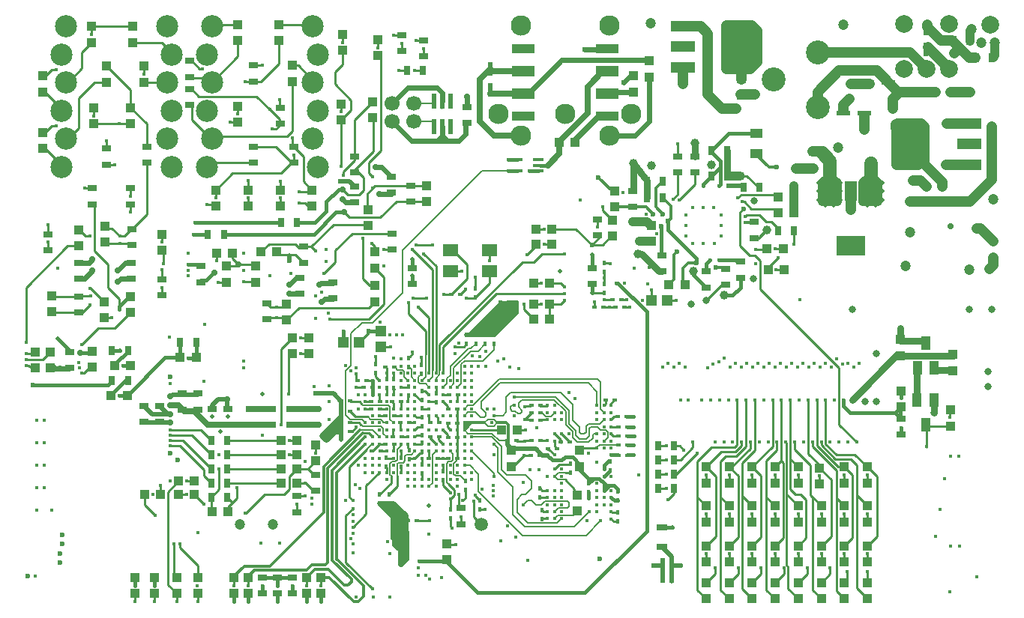
<source format=gbl>
G04 Layer_Physical_Order=8*
G04 Layer_Color=16711680*
%FSLAX44Y44*%
%MOMM*%
G71*
G01*
G75*
%ADD11R,1.2000X0.4000*%
%ADD13R,1.1430X1.2700*%
%ADD15R,1.0000X1.0000*%
%ADD16R,1.0000X1.0000*%
%ADD17R,0.8000X1.0000*%
%ADD18C,0.4000*%
%ADD19R,0.5500X0.4500*%
%ADD20R,1.0000X0.8000*%
%ADD21R,1.5000X0.6000*%
%ADD31R,0.6000X1.5000*%
%ADD46C,1.2000*%
%ADD47C,0.8000*%
%ADD48C,0.2500*%
%ADD49C,0.4000*%
%ADD50C,1.0000*%
%ADD51C,0.5000*%
%ADD52C,0.1500*%
%ADD53C,0.1840*%
%ADD55C,0.6000*%
%ADD56C,0.2000*%
%ADD57C,0.3000*%
%ADD58C,0.3500*%
%ADD59C,0.3420*%
%ADD63C,0.7000*%
%ADD65C,0.2540*%
%ADD66C,2.0000*%
%ADD67C,2.5000*%
%ADD68C,1.7000*%
%ADD69C,2.3000*%
%ADD70C,2.7000*%
%ADD71C,0.8000*%
%ADD72C,0.7000*%
%ADD73C,0.5000*%
%ADD74C,0.6000*%
%ADD75C,1.2000*%
%ADD76C,1.0000*%
%ADD95R,1.0000X1.5000*%
%ADD96R,0.4500X0.5500*%
%ADD97R,2.5000X1.0160*%
%ADD98R,2.5000X1.2700*%
%ADD99R,2.7000X1.3000*%
%ADD100R,2.7000X4.1000*%
%ADD101R,3.3000X2.2000*%
%ADD102R,1.4000X2.2000*%
%ADD103R,1.4000X1.0000*%
%ADD104R,0.6000X1.8000*%
%ADD105R,1.8000X1.4000*%
%ADD106R,1.2000X0.8000*%
%ADD107R,1.2700X1.1430*%
%ADD108C,1.5000*%
%ADD109C,0.1600*%
%ADD110C,1.5000*%
%ADD111C,0.4500*%
D11*
X854000Y1187500D02*
D03*
Y1181000D02*
D03*
Y1174500D02*
D03*
X830696D02*
D03*
Y1187500D02*
D03*
D13*
X634169Y980873D02*
D03*
X651949D02*
D03*
X982419Y1028123D02*
D03*
X1000199D02*
D03*
D15*
X870000Y1109000D02*
D03*
X852000D02*
D03*
X870000Y1092000D02*
D03*
X852000D02*
D03*
X509000Y1082000D02*
D03*
X491000D02*
D03*
X541000Y1083000D02*
D03*
X559000D02*
D03*
X896000Y1207000D02*
D03*
X878000D02*
D03*
X564000Y870000D02*
D03*
X582000D02*
D03*
X564000Y854000D02*
D03*
X582000D02*
D03*
X564000Y838000D02*
D03*
X582000D02*
D03*
X564000Y822000D02*
D03*
X582000D02*
D03*
X376000Y955000D02*
D03*
X394000D02*
D03*
X372000Y921000D02*
D03*
X390000D02*
D03*
X504000Y790000D02*
D03*
X486000D02*
D03*
X450000Y964000D02*
D03*
X468000D02*
D03*
X466000Y809000D02*
D03*
X448000D02*
D03*
X428000D02*
D03*
X410000D02*
D03*
X466000Y824000D02*
D03*
X448000D02*
D03*
X595000Y986000D02*
D03*
X577000D02*
D03*
X595000Y968000D02*
D03*
X577000D02*
D03*
X1020000Y1046000D02*
D03*
X1002000D02*
D03*
X1125000Y1127000D02*
D03*
X1143000D02*
D03*
X1125000Y1145000D02*
D03*
X1143000D02*
D03*
X849000Y1007000D02*
D03*
X867000D02*
D03*
X849000Y1024000D02*
D03*
X867000D02*
D03*
X849000Y1048000D02*
D03*
X867000D02*
D03*
X830450Y881550D02*
D03*
X812450D02*
D03*
X1132000Y1063000D02*
D03*
X1114000D02*
D03*
X1131000Y1087000D02*
D03*
X1113000D02*
D03*
D16*
X901300Y840800D02*
D03*
Y858800D02*
D03*
X824100Y840600D02*
D03*
Y858600D02*
D03*
X938000Y1101000D02*
D03*
Y1119000D02*
D03*
X898800Y808400D02*
D03*
Y790400D02*
D03*
X982000Y1095000D02*
D03*
Y1113000D02*
D03*
X667250Y1235000D02*
D03*
Y1253000D02*
D03*
X570000Y1006000D02*
D03*
Y1024000D02*
D03*
X670000Y1027000D02*
D03*
Y1045000D02*
D03*
X502000Y1067000D02*
D03*
Y1049000D02*
D03*
X535000Y1067000D02*
D03*
Y1049000D02*
D03*
X470000Y697000D02*
D03*
Y715000D02*
D03*
X446000Y697000D02*
D03*
Y715000D02*
D03*
X421000Y697000D02*
D03*
Y715000D02*
D03*
X399000Y697000D02*
D03*
Y715000D02*
D03*
X632000Y1250500D02*
D03*
Y1232500D02*
D03*
X633434Y1328907D02*
D03*
Y1310907D02*
D03*
X941000Y1152000D02*
D03*
Y1134000D02*
D03*
X980000Y1299000D02*
D03*
Y1281000D02*
D03*
X728000Y1140000D02*
D03*
Y1158000D02*
D03*
X662000Y1131000D02*
D03*
Y1113000D02*
D03*
X304500Y1015250D02*
D03*
Y1033250D02*
D03*
X335000Y1108000D02*
D03*
Y1090000D02*
D03*
X352000Y1228000D02*
D03*
Y1246000D02*
D03*
X409000Y1275000D02*
D03*
Y1293000D02*
D03*
X394000Y1228000D02*
D03*
Y1246000D02*
D03*
X396000Y1320000D02*
D03*
Y1338000D02*
D03*
X365000Y1112000D02*
D03*
Y1094000D02*
D03*
X295000Y1218000D02*
D03*
Y1200000D02*
D03*
X364000Y1027000D02*
D03*
Y1009000D02*
D03*
X286000Y970000D02*
D03*
Y952000D02*
D03*
X303000Y970000D02*
D03*
Y952000D02*
D03*
X367000Y1293000D02*
D03*
Y1275000D02*
D03*
X295000Y1282000D02*
D03*
Y1264000D02*
D03*
X350000Y1338000D02*
D03*
Y1320000D02*
D03*
X351000Y971000D02*
D03*
Y953000D02*
D03*
X394000Y1033000D02*
D03*
Y1015000D02*
D03*
X429000Y1103000D02*
D03*
Y1085000D02*
D03*
X515000Y1340000D02*
D03*
Y1322000D02*
D03*
X561000Y1340000D02*
D03*
Y1322000D02*
D03*
X577000Y1276000D02*
D03*
Y1294000D02*
D03*
X515000Y1230000D02*
D03*
Y1248000D02*
D03*
X563000Y1153000D02*
D03*
Y1135000D02*
D03*
X527000D02*
D03*
Y1153000D02*
D03*
X490000D02*
D03*
Y1135000D02*
D03*
X599000D02*
D03*
Y1153000D02*
D03*
X962000Y1264000D02*
D03*
Y1282000D02*
D03*
X673000Y1323000D02*
D03*
Y1305000D02*
D03*
X670000Y1083000D02*
D03*
Y1065000D02*
D03*
X603000Y847000D02*
D03*
Y865000D02*
D03*
X1226000Y751000D02*
D03*
Y733000D02*
D03*
X1225974Y691000D02*
D03*
Y709000D02*
D03*
X1200000Y840000D02*
D03*
Y822000D02*
D03*
X1199973Y691000D02*
D03*
Y709000D02*
D03*
X1174000Y751000D02*
D03*
Y733000D02*
D03*
X1173973Y691000D02*
D03*
Y709000D02*
D03*
X1148000Y751000D02*
D03*
Y733000D02*
D03*
X1147973Y691000D02*
D03*
Y709000D02*
D03*
X1122000Y751000D02*
D03*
Y733000D02*
D03*
X1122000Y796000D02*
D03*
Y778000D02*
D03*
X1096000Y751000D02*
D03*
Y733000D02*
D03*
Y691000D02*
D03*
Y709000D02*
D03*
X1069973Y751000D02*
D03*
Y733000D02*
D03*
X1070000Y691072D02*
D03*
Y709072D02*
D03*
X1044000Y840000D02*
D03*
Y822000D02*
D03*
X1043973Y691000D02*
D03*
Y709000D02*
D03*
X1226000Y822000D02*
D03*
Y840000D02*
D03*
Y778000D02*
D03*
Y796000D02*
D03*
X1200000Y733000D02*
D03*
Y751000D02*
D03*
X1200000Y778000D02*
D03*
Y796000D02*
D03*
X1172000Y821000D02*
D03*
Y839000D02*
D03*
X1174000Y778000D02*
D03*
Y796000D02*
D03*
X1148000Y822000D02*
D03*
Y840000D02*
D03*
Y778000D02*
D03*
Y796000D02*
D03*
X1122000Y822000D02*
D03*
Y840000D02*
D03*
X1122000Y709000D02*
D03*
Y691000D02*
D03*
X1096000Y822000D02*
D03*
Y840000D02*
D03*
Y778000D02*
D03*
Y796000D02*
D03*
X1070000Y822000D02*
D03*
Y840000D02*
D03*
Y778000D02*
D03*
Y796000D02*
D03*
X1044000Y733000D02*
D03*
Y751000D02*
D03*
X1044000Y778000D02*
D03*
Y796000D02*
D03*
X751250Y735500D02*
D03*
Y753500D02*
D03*
X1264250Y926000D02*
D03*
Y908000D02*
D03*
X1322750Y949000D02*
D03*
Y967000D02*
D03*
X1263250Y984000D02*
D03*
Y966000D02*
D03*
X1319750Y904500D02*
D03*
Y886500D02*
D03*
X527000Y715000D02*
D03*
Y697000D02*
D03*
X511000Y715000D02*
D03*
Y697000D02*
D03*
X593000Y715000D02*
D03*
Y697000D02*
D03*
X609000Y715000D02*
D03*
Y697000D02*
D03*
D17*
X564000Y1116000D02*
D03*
X582000D02*
D03*
X481250Y1103000D02*
D03*
X499250D02*
D03*
X1068000Y1198000D02*
D03*
X1050000D02*
D03*
X1068000Y1169000D02*
D03*
X1050000D02*
D03*
X1311000Y1157000D02*
D03*
X1293000D02*
D03*
X1323000Y1322000D02*
D03*
X1341000D02*
D03*
X1349000Y1303000D02*
D03*
X1367000D02*
D03*
X724000Y1288000D02*
D03*
X706000D02*
D03*
X485000Y854000D02*
D03*
X503000D02*
D03*
X485000Y838000D02*
D03*
X503000D02*
D03*
X485000Y822000D02*
D03*
X503000D02*
D03*
X485000Y870000D02*
D03*
X503000D02*
D03*
X373000Y938000D02*
D03*
X391000D02*
D03*
X373000Y972000D02*
D03*
X391000D02*
D03*
X503000Y806000D02*
D03*
X485000D02*
D03*
X450000Y981000D02*
D03*
X468000D02*
D03*
X995000Y1144000D02*
D03*
X977000D02*
D03*
Y1163000D02*
D03*
X995000D02*
D03*
X1143000Y1107000D02*
D03*
X1125000D02*
D03*
X1104000Y1156000D02*
D03*
X1086000D02*
D03*
X1008000Y832000D02*
D03*
X990000D02*
D03*
X1008000Y816000D02*
D03*
X990000D02*
D03*
X1008000Y848000D02*
D03*
X990000D02*
D03*
X1008000Y864000D02*
D03*
X990000D02*
D03*
D18*
X872800Y869551D02*
D03*
X675002Y841999D02*
D03*
X667002D02*
D03*
X659002D02*
D03*
X651002D02*
D03*
X864630Y869720D02*
D03*
X713250Y1031000D02*
D03*
X728250D02*
D03*
X716750Y1091000D02*
D03*
X735250D02*
D03*
X712500Y970000D02*
D03*
X1122000Y1086553D02*
D03*
X872796Y789554D02*
D03*
X864796D02*
D03*
X928800Y893550D02*
D03*
X920799Y861549D02*
D03*
X920796Y845554D02*
D03*
X928796Y837550D02*
D03*
X771000Y890000D02*
D03*
X839550Y881650D02*
D03*
X541000Y754000D02*
D03*
X562000Y753750D02*
D03*
X598750Y804750D02*
D03*
X637000Y802000D02*
D03*
X645000D02*
D03*
X645000Y793000D02*
D03*
X598500Y797750D02*
D03*
X591000Y807000D02*
D03*
X648000Y820000D02*
D03*
X827140Y919190D02*
D03*
X852500Y884250D02*
D03*
X801500Y890000D02*
D03*
X844921Y836666D02*
D03*
X855074D02*
D03*
X659000Y922000D02*
D03*
X651000D02*
D03*
X961750Y853750D02*
D03*
X924798Y779048D02*
D03*
X920800Y789554D02*
D03*
X909800Y779804D02*
D03*
X911800Y789554D02*
D03*
X819750Y773167D02*
D03*
X864800Y909550D02*
D03*
X920796Y821550D02*
D03*
X880796Y821554D02*
D03*
X920796Y797550D02*
D03*
X928796D02*
D03*
X962000Y864900D02*
D03*
X962500Y875250D02*
D03*
X936800Y869550D02*
D03*
X928800D02*
D03*
X872800Y853550D02*
D03*
Y837554D02*
D03*
X779000Y882001D02*
D03*
X804273Y854006D02*
D03*
X778998Y874002D02*
D03*
X804280Y866000D02*
D03*
X880796Y781554D02*
D03*
X838700Y869600D02*
D03*
X1123050Y1062800D02*
D03*
X838740Y893630D02*
D03*
X927000Y1134000D02*
D03*
X480000Y1137000D02*
D03*
X527000Y1164000D02*
D03*
X980000Y1066000D02*
D03*
X1319000Y699010D02*
D03*
X1350000Y716000D02*
D03*
X1001000Y803000D02*
D03*
X941998Y1047998D02*
D03*
X963000Y1065000D02*
D03*
X676000Y1004000D02*
D03*
X687000Y989000D02*
D03*
X921000Y1111000D02*
D03*
X861000Y1109000D02*
D03*
Y1092000D02*
D03*
X842000Y1080000D02*
D03*
X603000Y856000D02*
D03*
X649000Y885000D02*
D03*
X643000Y949000D02*
D03*
X637000Y955000D02*
D03*
X683000Y826000D02*
D03*
X683000Y834000D02*
D03*
X691000D02*
D03*
X698995Y834005D02*
D03*
X671000Y964500D02*
D03*
X675000Y866000D02*
D03*
X683000Y874000D02*
D03*
X659000Y874000D02*
D03*
X683000Y882000D02*
D03*
X521484Y1049500D02*
D03*
X837300Y797050D02*
D03*
X763000Y882000D02*
D03*
X928796Y829550D02*
D03*
X880796Y877554D02*
D03*
X872796Y877550D02*
D03*
X961500Y896750D02*
D03*
X962000Y885500D02*
D03*
X438000Y987000D02*
D03*
X478000Y1001000D02*
D03*
X522000Y952000D02*
D03*
Y960000D02*
D03*
X601000Y931000D02*
D03*
X584000Y1151000D02*
D03*
X1039000Y916000D02*
D03*
X1070800Y953000D02*
D03*
X1045400Y952000D02*
D03*
X1051750Y956200D02*
D03*
X1058100Y959000D02*
D03*
X1064450Y963200D02*
D03*
X795000Y971000D02*
D03*
X780000Y966000D02*
D03*
X771000Y954000D02*
D03*
X560000Y688000D02*
D03*
X421000D02*
D03*
X399000D02*
D03*
X609000D02*
D03*
X593000D02*
D03*
X527000D02*
D03*
X511000D02*
D03*
X470000Y688000D02*
D03*
X446000Y688000D02*
D03*
X779002Y938002D02*
D03*
X794999Y953998D02*
D03*
X771000Y850000D02*
D03*
Y842000D02*
D03*
X779000Y898000D02*
D03*
X771000D02*
D03*
Y906000D02*
D03*
X779000D02*
D03*
X967700Y831000D02*
D03*
X838290Y853480D02*
D03*
X839120Y908140D02*
D03*
X837299Y822696D02*
D03*
X936800Y909550D02*
D03*
X928800Y901550D02*
D03*
X936800D02*
D03*
X920800Y877550D02*
D03*
Y869550D02*
D03*
X936796Y813550D02*
D03*
X928796D02*
D03*
X920796Y805550D02*
D03*
X928796D02*
D03*
X936796D02*
D03*
Y797550D02*
D03*
Y789550D02*
D03*
Y781550D02*
D03*
X864796Y781554D02*
D03*
X880796Y789554D02*
D03*
X872796Y797554D02*
D03*
X864796D02*
D03*
Y805554D02*
D03*
X872796D02*
D03*
X880796Y813554D02*
D03*
X872796D02*
D03*
X864796D02*
D03*
X880796Y805554D02*
D03*
X864796Y829554D02*
D03*
X872796D02*
D03*
X888796Y877550D02*
D03*
X864800Y893550D02*
D03*
Y901550D02*
D03*
X872800D02*
D03*
X880800Y893550D02*
D03*
Y901550D02*
D03*
X864800Y853550D02*
D03*
X880796Y797554D02*
D03*
X804280Y829050D02*
D03*
X827140Y897617D02*
D03*
X872800Y893550D02*
D03*
X828620Y760466D02*
D03*
X804277Y897990D02*
D03*
X920800Y909550D02*
D03*
X928800D02*
D03*
X827138Y909554D02*
D03*
X928800Y861550D02*
D03*
X936800Y853550D02*
D03*
Y861550D02*
D03*
X928800Y885550D02*
D03*
X936800Y877550D02*
D03*
X928800D02*
D03*
X770999Y921998D02*
D03*
X779000Y922000D02*
D03*
Y850000D02*
D03*
X771000Y858000D02*
D03*
X778999Y913998D02*
D03*
X771000Y930000D02*
D03*
X779000Y858000D02*
D03*
X707000Y866000D02*
D03*
X715000Y882000D02*
D03*
Y890000D02*
D03*
Y866000D02*
D03*
X731000Y866000D02*
D03*
X739000D02*
D03*
X731000Y882000D02*
D03*
X675000Y898000D02*
D03*
X707000D02*
D03*
X715000D02*
D03*
Y922000D02*
D03*
X731000Y914000D02*
D03*
X763000Y818000D02*
D03*
X747000Y882000D02*
D03*
Y898000D02*
D03*
X755000Y882000D02*
D03*
X747000Y914000D02*
D03*
X674999Y881998D02*
D03*
X722999Y849998D02*
D03*
X747000Y858000D02*
D03*
X699000Y866000D02*
D03*
X771000Y882000D02*
D03*
X731000Y842000D02*
D03*
X746999Y945998D02*
D03*
X763000Y842000D02*
D03*
X699000Y882000D02*
D03*
X715000Y874000D02*
D03*
X746998Y865998D02*
D03*
X763000Y826000D02*
D03*
X770999Y945998D02*
D03*
X738999Y857998D02*
D03*
X691000Y842000D02*
D03*
X779000Y834000D02*
D03*
X683000Y858000D02*
D03*
Y906000D02*
D03*
X699000Y930000D02*
D03*
X715000Y850000D02*
D03*
Y930000D02*
D03*
X739000D02*
D03*
X747000D02*
D03*
X754998Y929998D02*
D03*
X763000Y930000D02*
D03*
X770999Y913998D02*
D03*
X706999Y825998D02*
D03*
Y841998D02*
D03*
X739000Y842000D02*
D03*
X771000Y834000D02*
D03*
X747000Y842000D02*
D03*
X658999Y833999D02*
D03*
X715000Y834000D02*
D03*
X755000Y826000D02*
D03*
X667000Y922000D02*
D03*
X691000Y850000D02*
D03*
X690999Y889998D02*
D03*
X731000Y930000D02*
D03*
X763000Y834000D02*
D03*
X666999Y833999D02*
D03*
X763000Y898000D02*
D03*
X778999Y929998D02*
D03*
X715000Y842000D02*
D03*
X707000Y882000D02*
D03*
X723000Y826000D02*
D03*
X699000Y906000D02*
D03*
X731000Y898000D02*
D03*
X739000Y882000D02*
D03*
X698999Y897998D02*
D03*
X691000Y906000D02*
D03*
X730999Y921998D02*
D03*
X683000Y890000D02*
D03*
X699000Y858000D02*
D03*
X763000Y914000D02*
D03*
X762999Y857998D02*
D03*
X771000Y866000D02*
D03*
X747000Y850000D02*
D03*
X691000Y858000D02*
D03*
Y882000D02*
D03*
X715000Y858000D02*
D03*
X731000Y906000D02*
D03*
X715000Y914000D02*
D03*
X754999Y865998D02*
D03*
X739000Y898000D02*
D03*
X755000D02*
D03*
Y842000D02*
D03*
Y858000D02*
D03*
Y914000D02*
D03*
X763000Y866000D02*
D03*
X747000Y922000D02*
D03*
X771000Y874000D02*
D03*
X779000Y826000D02*
D03*
X755000Y834000D02*
D03*
X715002Y817999D02*
D03*
X738999Y817998D02*
D03*
X731002Y817999D02*
D03*
X723002D02*
D03*
X707002D02*
D03*
X755500Y804000D02*
D03*
X684000Y756000D02*
D03*
X690000Y765000D02*
D03*
Y759000D02*
D03*
X738999Y825998D02*
D03*
X731002Y825996D02*
D03*
X739000Y834000D02*
D03*
X687000Y742000D02*
D03*
Y693000D02*
D03*
X668000D02*
D03*
X649000Y693000D02*
D03*
X714999Y825998D02*
D03*
X645000Y743000D02*
D03*
X428000Y819000D02*
D03*
X477000Y798000D02*
D03*
X494000Y838000D02*
D03*
X439000Y934000D02*
D03*
X1052750Y1133000D02*
D03*
X1040750D02*
D03*
X1028750D02*
D03*
X1021000Y1101250D02*
D03*
Y1113250D02*
D03*
Y1125250D02*
D03*
X634000Y1170000D02*
D03*
X1048000Y1074000D02*
D03*
X443000Y753000D02*
D03*
X450000D02*
D03*
X491000Y1073000D02*
D03*
X493000Y1049000D02*
D03*
X459000Y1069000D02*
D03*
X559000Y1009000D02*
D03*
Y1020600D02*
D03*
X615000Y1086000D02*
D03*
X610000Y1038000D02*
D03*
X574548Y1058700D02*
D03*
X619000Y1006900D02*
D03*
X335502Y958502D02*
D03*
X339000Y946000D02*
D03*
X632000Y1241500D02*
D03*
X633434Y1319907D02*
D03*
X632000Y1180000D02*
D03*
X612000Y1058700D02*
D03*
X521484Y1082000D02*
D03*
X667000Y1155000D02*
D03*
Y1167700D02*
D03*
X276000Y968000D02*
D03*
Y955000D02*
D03*
Y961500D02*
D03*
Y981000D02*
D03*
X373000Y1009000D02*
D03*
X348000Y1042300D02*
D03*
X301000Y1114000D02*
D03*
X429000Y1063000D02*
D03*
X376000Y1182000D02*
D03*
X301000Y1094000D02*
D03*
X429000Y1043000D02*
D03*
X381000Y1228000D02*
D03*
X394000Y1146000D02*
D03*
X350000Y1329000D02*
D03*
X367000Y1209000D02*
D03*
X409000Y1284000D02*
D03*
X352000Y1237000D02*
D03*
X310000Y1289000D02*
D03*
X382000Y1101000D02*
D03*
X820696Y1174500D02*
D03*
Y1187500D02*
D03*
X844000Y1174500D02*
D03*
X1041000Y1092750D02*
D03*
X1053000D02*
D03*
X1029000D02*
D03*
X1061000Y1100750D02*
D03*
Y1112750D02*
D03*
Y1124750D02*
D03*
X1074000Y868000D02*
D03*
X1064000D02*
D03*
X459000Y1082000D02*
D03*
Y1056000D02*
D03*
X521484Y1062500D02*
D03*
X475000Y1290000D02*
D03*
X515000Y1239000D02*
D03*
X543000Y1294000D02*
D03*
X562000Y1255000D02*
D03*
X577000Y1212000D02*
D03*
X506000Y1230000D02*
D03*
X527000Y1144000D02*
D03*
X563000D02*
D03*
X554000Y1222000D02*
D03*
X563000Y1163000D02*
D03*
X342000Y1155000D02*
D03*
X490000Y1144000D02*
D03*
X603000Y1084100D02*
D03*
Y1007900D02*
D03*
X666999Y897998D02*
D03*
X730999Y857998D02*
D03*
X707000Y874000D02*
D03*
X675000Y850000D02*
D03*
X778998Y945998D02*
D03*
X459000Y1062500D02*
D03*
X286000Y717000D02*
D03*
X394000Y1128000D02*
D03*
X421000Y706000D02*
D03*
X399000D02*
D03*
X288000Y867600D02*
D03*
X296000Y816800D02*
D03*
X288000D02*
D03*
Y791400D02*
D03*
X511000Y706000D02*
D03*
X593000D02*
D03*
X609000D02*
D03*
X560000D02*
D03*
X577000D02*
D03*
X543000D02*
D03*
X527000D02*
D03*
X336000Y952000D02*
D03*
X551000Y1056000D02*
D03*
X675000Y890000D02*
D03*
X658997Y890000D02*
D03*
X673000Y1314000D02*
D03*
X551000Y1244000D02*
D03*
X700000Y1319000D02*
D03*
X691000Y1328000D02*
D03*
X716000Y1322000D02*
D03*
X725000Y1313000D02*
D03*
X578000Y1193000D02*
D03*
X697000Y1288000D02*
D03*
X715000D02*
D03*
X680000Y1086000D02*
D03*
X617000Y1014000D02*
D03*
X603000Y1033300D02*
D03*
X615000Y1072000D02*
D03*
X659000Y850000D02*
D03*
X667000D02*
D03*
X645000Y779000D02*
D03*
Y786000D02*
D03*
Y772000D02*
D03*
X667000Y890000D02*
D03*
X653000Y816000D02*
D03*
X439000Y882000D02*
D03*
Y876000D02*
D03*
Y870000D02*
D03*
Y864000D02*
D03*
X666000Y1093000D02*
D03*
X656000Y1099000D02*
D03*
X296000Y893000D02*
D03*
X288000D02*
D03*
X296000Y867600D02*
D03*
X381000Y921000D02*
D03*
X385000Y955000D02*
D03*
X494000Y854000D02*
D03*
X459000Y963000D02*
D03*
X645000Y765000D02*
D03*
X643000Y759000D02*
D03*
X573000Y870000D02*
D03*
Y854000D02*
D03*
X582000Y798000D02*
D03*
X618000Y932000D02*
D03*
X457000Y809000D02*
D03*
X422000Y785000D02*
D03*
X618000Y914000D02*
D03*
X586000Y986000D02*
D03*
Y968000D02*
D03*
X572100Y922400D02*
D03*
X564000Y888000D02*
D03*
X457000Y824000D02*
D03*
X419000Y809000D02*
D03*
X439000Y824000D02*
D03*
X514000Y817000D02*
D03*
X542874Y876000D02*
D03*
X1041000Y1158000D02*
D03*
X1013500Y1141750D02*
D03*
X1006500Y1143000D02*
D03*
X976000Y1126000D02*
D03*
X1088000Y1116000D02*
D03*
X1088000Y1123000D02*
D03*
X1079750Y1144000D02*
D03*
X1150000Y1029000D02*
D03*
X1066000Y1184000D02*
D03*
X1012000Y1205000D02*
D03*
X1085000Y1140000D02*
D03*
X1143000Y1092000D02*
D03*
X1058000Y1158000D02*
D03*
X1094000Y868000D02*
D03*
X719000Y726000D02*
D03*
X719000Y718000D02*
D03*
X720000Y734000D02*
D03*
X732000Y713000D02*
D03*
X727000Y718000D02*
D03*
X288000Y842200D02*
D03*
X296000D02*
D03*
X305000Y791000D02*
D03*
X645000Y753000D02*
D03*
X764250Y809000D02*
D03*
X731000Y764000D02*
D03*
X1077150Y957200D02*
D03*
X1089850D02*
D03*
X1102550D02*
D03*
X1115250D02*
D03*
X1127950D02*
D03*
X1140650D02*
D03*
X1153350D02*
D03*
X1166050D02*
D03*
X1178750D02*
D03*
X1191450Y962200D02*
D03*
X1204150Y957200D02*
D03*
X1059000Y916000D02*
D03*
X1084000Y868000D02*
D03*
X1114000D02*
D03*
X1104000D02*
D03*
X1194000D02*
D03*
X1144000D02*
D03*
X1204000D02*
D03*
X1214000D02*
D03*
X1079000Y916000D02*
D03*
X1109000D02*
D03*
X1099000D02*
D03*
X1089000D02*
D03*
X1159000Y916000D02*
D03*
X1179000Y916000D02*
D03*
X1169000D02*
D03*
X1199000D02*
D03*
X1189000Y916000D02*
D03*
X1209000Y916000D02*
D03*
X1049000D02*
D03*
X1054000Y868000D02*
D03*
X1083500Y953000D02*
D03*
X1121600D02*
D03*
X1134300D02*
D03*
X1108900D02*
D03*
X1096200D02*
D03*
X1172400D02*
D03*
X1185100D02*
D03*
X1159700D02*
D03*
X1210500D02*
D03*
X1197800Y956000D02*
D03*
X1007300Y953000D02*
D03*
X994600D02*
D03*
X1020000D02*
D03*
X1013650Y957200D02*
D03*
X1000950D02*
D03*
X1147000Y953000D02*
D03*
X755250Y811000D02*
D03*
X787000Y954000D02*
D03*
X779000D02*
D03*
X788000Y965000D02*
D03*
X1216350Y957200D02*
D03*
X762998Y945998D02*
D03*
X1069000Y916000D02*
D03*
X731000Y946000D02*
D03*
X738999Y945998D02*
D03*
X723000Y938000D02*
D03*
X739001Y937998D02*
D03*
X747001D02*
D03*
X755001D02*
D03*
X731001D02*
D03*
X771001D02*
D03*
X763000Y938000D02*
D03*
X895971Y917460D02*
D03*
X680000Y1067000D02*
D03*
X718998Y1020998D02*
D03*
X707750Y1026000D02*
D03*
X711998Y1086002D02*
D03*
X724996Y1081000D02*
D03*
X884000Y1036000D02*
D03*
Y1081000D02*
D03*
X884000Y1028000D02*
D03*
X858000Y1024000D02*
D03*
X694000Y989000D02*
D03*
X701000D02*
D03*
X884000Y1044000D02*
D03*
X858000Y1048000D02*
D03*
X799000Y1073000D02*
D03*
X748000Y1035000D02*
D03*
X773000Y1031000D02*
D03*
X772000Y1040920D02*
D03*
X783000Y1055000D02*
D03*
X1184000Y868000D02*
D03*
X1174000D02*
D03*
X1164000D02*
D03*
X1139000Y916000D02*
D03*
X1149000Y916000D02*
D03*
X1154000Y868000D02*
D03*
X1129000Y916000D02*
D03*
X1119000Y916000D02*
D03*
X1124000Y868000D02*
D03*
X1134000D02*
D03*
X1044000Y742000D02*
D03*
X1069973Y742000D02*
D03*
X1096000Y742000D02*
D03*
X1122000D02*
D03*
X1148000D02*
D03*
X1174000D02*
D03*
X1200000D02*
D03*
X1226000D02*
D03*
X1226000Y787000D02*
D03*
X1200000D02*
D03*
X1174000D02*
D03*
X1148000D02*
D03*
X1122000D02*
D03*
X1096000D02*
D03*
X1069974Y787000D02*
D03*
X1044000Y787000D02*
D03*
X1226000Y831000D02*
D03*
X1200000D02*
D03*
X1148000D02*
D03*
X1122000D02*
D03*
X1096000D02*
D03*
X1069974Y831000D02*
D03*
X1044000Y831000D02*
D03*
X1172000Y830000D02*
D03*
X1053973Y725974D02*
D03*
X1080000Y726046D02*
D03*
X1106000Y725974D02*
D03*
X1132000D02*
D03*
X1157973D02*
D03*
X1183973Y725974D02*
D03*
X1202973Y721973D02*
D03*
X1225974Y721973D02*
D03*
X618000Y894000D02*
D03*
X815000Y962000D02*
D03*
X838000Y1024000D02*
D03*
X769000Y802000D02*
D03*
X610000Y875000D02*
D03*
X768000Y1061000D02*
D03*
X584000Y1138000D02*
D03*
X952000Y1048000D02*
D03*
X1320000Y852000D02*
D03*
X1293000Y863000D02*
D03*
X999000Y816000D02*
D03*
X1034000Y856000D02*
D03*
X1029000Y868000D02*
D03*
X1019000Y859000D02*
D03*
X1303500Y761500D02*
D03*
X1329000Y852000D02*
D03*
X1313000Y827000D02*
D03*
X1320000Y751000D02*
D03*
X1330000D02*
D03*
X1015000Y916000D02*
D03*
X1024000Y916000D02*
D03*
X1100000Y1086000D02*
D03*
X999000Y864000D02*
D03*
Y848000D02*
D03*
Y832000D02*
D03*
X978000Y1047000D02*
D03*
X1125000Y1077000D02*
D03*
X1100000Y1070000D02*
D03*
X988000Y1104000D02*
D03*
X1058000Y1074000D02*
D03*
X1308000Y792000D02*
D03*
X745000Y715000D02*
D03*
X667000Y702000D02*
D03*
X949750Y1150500D02*
D03*
X649000Y945000D02*
D03*
Y952000D02*
D03*
X659000Y866000D02*
D03*
X667000Y866000D02*
D03*
X667000Y874000D02*
D03*
X675000Y874000D02*
D03*
X632080Y871000D02*
D03*
X971000Y1173000D02*
D03*
X761000Y752750D02*
D03*
X523000Y1276000D02*
D03*
X429000Y1094000D02*
D03*
X382000Y1093100D02*
D03*
X348000Y1023000D02*
D03*
X338484Y978000D02*
D03*
X465000Y1103000D02*
D03*
X431000Y1070000D02*
D03*
X381000Y1018000D02*
D03*
X348000Y1101000D02*
D03*
X310000Y1226000D02*
D03*
X616000Y870000D02*
D03*
X523000Y788000D02*
D03*
X469000Y706000D02*
D03*
X470000Y766000D02*
D03*
X888810Y924540D02*
D03*
X803500Y807000D02*
D03*
X910752Y855502D02*
D03*
X674999Y833999D02*
D03*
X707000Y834000D02*
D03*
X920796Y813550D02*
D03*
X911250Y805250D02*
D03*
X880800Y829554D02*
D03*
Y837554D02*
D03*
X591000Y846000D02*
D03*
X779000Y866000D02*
D03*
X936796Y829550D02*
D03*
X1319500Y896500D02*
D03*
X1264250Y918000D02*
D03*
Y884750D02*
D03*
X591000Y822000D02*
D03*
X699000Y922000D02*
D03*
X675000Y938000D02*
D03*
X667000D02*
D03*
X683000Y914000D02*
D03*
X674999Y929998D02*
D03*
X675000Y922000D02*
D03*
X691000Y922000D02*
D03*
X683000Y922000D02*
D03*
X658999Y905998D02*
D03*
X651000Y906000D02*
D03*
X658800Y913900D02*
D03*
X707000Y906000D02*
D03*
X715000D02*
D03*
X707000Y914000D02*
D03*
X634000Y993250D02*
D03*
X648250Y929750D02*
D03*
X682999Y945998D02*
D03*
X691000Y963500D02*
D03*
X699000Y962000D02*
D03*
X715000Y954000D02*
D03*
X722000Y964000D02*
D03*
X699000Y954000D02*
D03*
X715000Y946000D02*
D03*
X707000D02*
D03*
X699000D02*
D03*
X691000D02*
D03*
X715000Y938000D02*
D03*
X706999Y937998D02*
D03*
X698999D02*
D03*
X687919Y976169D02*
D03*
X794500Y791750D02*
D03*
X731187Y779563D02*
D03*
X929000Y1053625D02*
D03*
X918170Y1026920D02*
D03*
X954500Y1029250D02*
D03*
X934875Y1020750D02*
D03*
X929000Y1029250D02*
D03*
X982419Y1039919D02*
D03*
X1010250Y1028000D02*
D03*
X935750Y1070250D02*
D03*
X972123Y1028127D02*
D03*
X822000Y952750D02*
D03*
X958000Y1020750D02*
D03*
X936800Y885550D02*
D03*
X872800Y909550D02*
D03*
X936800Y893550D02*
D03*
X809000Y960000D02*
D03*
X832250Y951000D02*
D03*
X796660Y906002D02*
D03*
X804280D02*
D03*
X803290Y819380D02*
D03*
X803270Y813030D02*
D03*
X791140Y814710D02*
D03*
X757000Y771000D02*
D03*
X811830Y756420D02*
D03*
X766750Y783750D02*
D03*
X783000Y808000D02*
D03*
X760000Y975679D02*
D03*
X760037Y968297D02*
D03*
X765000Y980500D02*
D03*
X781538Y801462D02*
D03*
X842420Y734750D02*
D03*
X920796Y901550D02*
D03*
X920800Y893550D02*
D03*
X872796Y781554D02*
D03*
X466250Y1116250D02*
D03*
X477000Y937000D02*
D03*
X901750Y1141500D02*
D03*
X312000Y1065000D02*
D03*
X349250Y1033500D02*
D03*
D19*
X752420Y889750D02*
D03*
X762580D02*
D03*
X752420Y850000D02*
D03*
X762580D02*
D03*
X752420Y906000D02*
D03*
X762580D02*
D03*
X753670Y922000D02*
D03*
X763830D02*
D03*
X665920Y914000D02*
D03*
X676080D02*
D03*
X699830D02*
D03*
X689670D02*
D03*
X700080Y874000D02*
D03*
X689920D02*
D03*
X681420Y866000D02*
D03*
X691580D02*
D03*
X708330Y890000D02*
D03*
X698170D02*
D03*
X732420D02*
D03*
X742580D02*
D03*
X732670Y874000D02*
D03*
X742830D02*
D03*
X657170Y929750D02*
D03*
X667330D02*
D03*
X681670Y898000D02*
D03*
X691830D02*
D03*
X650420Y938000D02*
D03*
X660580D02*
D03*
X665920Y906000D02*
D03*
X676080D02*
D03*
X740580Y850000D02*
D03*
X730420D02*
D03*
X676830Y858250D02*
D03*
X666670D02*
D03*
X846670Y901500D02*
D03*
X856830D02*
D03*
X846420Y870250D02*
D03*
X856580D02*
D03*
X955080Y885500D02*
D03*
X944920D02*
D03*
X955080Y853500D02*
D03*
X944920D02*
D03*
X955080Y865000D02*
D03*
X944920D02*
D03*
X846670Y910000D02*
D03*
X856830D02*
D03*
X846670Y893000D02*
D03*
X856830D02*
D03*
X954580Y896750D02*
D03*
X944420D02*
D03*
X940580Y916000D02*
D03*
X930420D02*
D03*
X875330Y860750D02*
D03*
X865170D02*
D03*
X955330Y875250D02*
D03*
X945170D02*
D03*
X879920Y868500D02*
D03*
X890080D02*
D03*
X856080Y853500D02*
D03*
X845920D02*
D03*
X755920Y1035000D02*
D03*
X766080D02*
D03*
X1005160Y711000D02*
D03*
X995000D02*
D03*
X1005080Y723000D02*
D03*
X994920D02*
D03*
X1005080Y735000D02*
D03*
X994920D02*
D03*
X631920Y880000D02*
D03*
X642080D02*
D03*
X631920Y890000D02*
D03*
X642080D02*
D03*
X631920Y903000D02*
D03*
X642080D02*
D03*
X706827Y779563D02*
D03*
X716987D02*
D03*
X941420Y1020750D02*
D03*
X951580D02*
D03*
X752670Y873750D02*
D03*
X762830D02*
D03*
X829780Y869900D02*
D03*
X819620D02*
D03*
X631920Y915000D02*
D03*
X642080D02*
D03*
X681670Y953250D02*
D03*
X691830D02*
D03*
X928330Y1020750D02*
D03*
X918170D02*
D03*
X938170Y1029250D02*
D03*
X948330D02*
D03*
D20*
X921000Y1120000D02*
D03*
Y1102000D02*
D03*
X712000Y1047000D02*
D03*
Y1065000D02*
D03*
X1098000Y1117000D02*
D03*
Y1099000D02*
D03*
X1044000Y1061000D02*
D03*
Y1043000D02*
D03*
X647000Y1191000D02*
D03*
Y1173000D02*
D03*
Y1139000D02*
D03*
Y1157000D02*
D03*
X710000Y1158000D02*
D03*
Y1140000D02*
D03*
X622000Y1031000D02*
D03*
Y1049000D02*
D03*
X585000Y1054000D02*
D03*
Y1036000D02*
D03*
X335000Y1053000D02*
D03*
Y1071000D02*
D03*
X301000Y1103000D02*
D03*
Y1085000D02*
D03*
X1031000Y1191000D02*
D03*
Y1173000D02*
D03*
X725000Y1304000D02*
D03*
Y1322000D02*
D03*
X548000Y1025000D02*
D03*
Y1007000D02*
D03*
X589000Y1071000D02*
D03*
Y1089000D02*
D03*
X395000Y1053000D02*
D03*
Y1071000D02*
D03*
X325000Y952000D02*
D03*
Y970000D02*
D03*
X429000Y1052000D02*
D03*
Y1034000D02*
D03*
X1066000Y1046000D02*
D03*
Y1064000D02*
D03*
X1165000Y1195000D02*
D03*
Y1177000D02*
D03*
X1084000Y1277000D02*
D03*
Y1259000D02*
D03*
X1368000Y1095000D02*
D03*
Y1077000D02*
D03*
X774000Y1229000D02*
D03*
Y1247000D02*
D03*
X367000Y1200000D02*
D03*
Y1182000D02*
D03*
X412000Y1202000D02*
D03*
Y1184000D02*
D03*
X394000Y1155000D02*
D03*
Y1137000D02*
D03*
X351000Y1155000D02*
D03*
Y1137000D02*
D03*
X335000Y1014900D02*
D03*
Y1032900D02*
D03*
X395226Y1109100D02*
D03*
Y1091100D02*
D03*
X473000Y1049000D02*
D03*
Y1067000D02*
D03*
X460500Y1299000D02*
D03*
Y1281000D02*
D03*
Y1267000D02*
D03*
Y1249000D02*
D03*
X533000Y1294000D02*
D03*
Y1276000D02*
D03*
Y1202000D02*
D03*
Y1184000D02*
D03*
X578000D02*
D03*
Y1202000D02*
D03*
X563000Y1228000D02*
D03*
Y1246000D02*
D03*
X409000Y891000D02*
D03*
Y909000D02*
D03*
X427000D02*
D03*
Y891000D02*
D03*
X504000Y888000D02*
D03*
Y906000D02*
D03*
X486000Y888000D02*
D03*
Y906000D02*
D03*
X553000Y888000D02*
D03*
Y906000D02*
D03*
X594000D02*
D03*
Y888000D02*
D03*
X575000D02*
D03*
Y906000D02*
D03*
X529000D02*
D03*
Y888000D02*
D03*
X452000Y905000D02*
D03*
Y923000D02*
D03*
X470000D02*
D03*
Y905000D02*
D03*
X700000Y1310000D02*
D03*
Y1328000D02*
D03*
X688000Y1150000D02*
D03*
Y1168000D02*
D03*
X689000Y1086000D02*
D03*
Y1104000D02*
D03*
X582000Y807000D02*
D03*
Y789000D02*
D03*
X1083000Y1072000D02*
D03*
Y1054000D02*
D03*
X961000Y1134000D02*
D03*
Y1152000D02*
D03*
X994000Y1061000D02*
D03*
Y1079000D02*
D03*
X1012000Y1191000D02*
D03*
Y1173000D02*
D03*
X915000Y1065000D02*
D03*
Y1047000D02*
D03*
X766750Y775500D02*
D03*
Y793500D02*
D03*
X1264250Y876750D02*
D03*
Y894750D02*
D03*
X602750Y831250D02*
D03*
Y813250D02*
D03*
X560000Y697000D02*
D03*
Y715000D02*
D03*
X543000D02*
D03*
Y697000D02*
D03*
X577000D02*
D03*
Y715000D02*
D03*
D21*
X1198984Y1240000D02*
D03*
X1223000D02*
D03*
X1250008Y1275000D02*
D03*
X1225992D02*
D03*
X1324008Y1263000D02*
D03*
X1299992D02*
D03*
D31*
X1292000Y1311992D02*
D03*
Y1336008D02*
D03*
X800000Y1265992D02*
D03*
Y1290008D02*
D03*
D46*
X1320000Y1264000D02*
X1342000D01*
X1083000Y1261000D02*
X1099000D01*
X1164000Y1197000D02*
X1175000D01*
X1102000Y1315000D02*
Y1333000D01*
X1067000Y1339000D02*
X1096000D01*
X1102000Y1298000D02*
Y1315000D01*
X1094000Y1290000D02*
X1102000Y1298000D01*
X1067000Y1290000D02*
Y1339000D01*
X1073000Y1290000D02*
Y1294000D01*
Y1290000D02*
X1094000D01*
X1067000D02*
X1073000D01*
X1322000Y1322000D02*
X1341000Y1303000D01*
X1207000Y1273000D02*
X1229000D01*
X1294270Y1314270D02*
X1318430Y1290110D01*
X1261008Y1264000D02*
X1303000D01*
X1223000Y1221000D02*
Y1237000D01*
X1291000Y1182000D02*
X1311000Y1162000D01*
Y1157000D02*
Y1162000D01*
X1278000Y1164000D02*
X1286000D01*
X1342000Y1140000D02*
X1367000Y1165000D01*
X1274000Y1140000D02*
X1342000D01*
X1367000Y1165000D02*
Y1225000D01*
X1350000Y1109500D02*
X1353500D01*
X1368000Y1095000D01*
X1315000Y1182000D02*
X1341000D01*
X1324000Y1308000D02*
X1329000Y1313000D01*
X1341000Y1303000D02*
X1348000D01*
X1309000Y1322000D02*
X1322000D01*
X1294000Y1337000D02*
X1309000Y1322000D01*
X1294000Y1337000D02*
Y1340000D01*
X1316000Y1228000D02*
X1341084D01*
X1344084D01*
X1287000D02*
X1290000Y1225000D01*
X1146000Y1177000D02*
X1165000D01*
X1261008Y1264000D02*
X1262000Y1263008D01*
X1237008Y1288000D02*
X1250008Y1275000D01*
X1194000Y1288000D02*
X1237008D01*
X1170000Y1264000D02*
X1194000Y1288000D01*
X1170000Y1249000D02*
Y1264000D01*
X1250008Y1275000D02*
X1261008Y1264000D01*
X1255000Y1245000D02*
Y1256008D01*
X1262000Y1263008D01*
X1368000Y1068000D02*
Y1077000D01*
X1364000Y1064000D02*
X1368000Y1068000D01*
X1286000Y1164000D02*
X1293000Y1157000D01*
X1062000Y1245000D02*
X1078000D01*
X1199000Y1243000D02*
Y1249000D01*
X1206000Y1256000D01*
X1100000Y1328000D02*
X1102000Y1330000D01*
X1096000Y1339000D02*
X1102000Y1333000D01*
X1017916Y1338000D02*
X1038000D01*
X1018000Y1273000D02*
Y1289000D01*
X1207000Y1131000D02*
Y1144000D01*
X1230000Y1147000D02*
Y1151750D01*
X1184000Y1159000D02*
Y1164000D01*
X1046000Y1261000D02*
X1062000Y1245000D01*
X1046000Y1261000D02*
Y1330000D01*
X1038000Y1338000D02*
X1046000Y1330000D01*
X1170430Y1309000D02*
X1274000D01*
X1292960Y1290040D01*
X1175000Y1197000D02*
X1178000Y1194000D01*
X1084449Y1315000D02*
X1102000D01*
X1084000Y1278000D02*
Y1286000D01*
X1290000Y1187000D02*
Y1225000D01*
X1260000Y1228000D02*
X1287000D01*
X1258000Y1223000D02*
Y1227000D01*
D47*
X1068000Y1169000D02*
Y1198000D01*
X970319Y1172462D02*
X977000Y1164000D01*
X968502Y1174764D02*
X970319Y1172462D01*
X971000Y1081000D02*
X991000Y1061000D01*
X1301000Y901500D02*
Y918000D01*
X1305000Y949250D02*
X1321500D01*
X1282250Y917500D02*
Y952000D01*
X1177000Y1141000D02*
X1178000Y1140000D01*
X991000Y1061000D02*
X994000D01*
X977000Y1144000D02*
Y1163000D01*
Y1164000D01*
X1031000Y1191000D02*
Y1206000D01*
X967000Y1081000D02*
X971000D01*
X1209000Y916000D02*
X1260000Y967000D01*
X962000Y1155000D02*
Y1183000D01*
X968502Y1174764D01*
X1260000Y966000D02*
X1263250D01*
X1323000D01*
X1263000Y983000D02*
Y997000D01*
Y983000D02*
X1292000D01*
D48*
X1090000Y1169000D02*
X1104000Y1155000D01*
X1319500Y896500D02*
Y904500D01*
X879670Y867750D02*
Y870676D01*
X828500Y880400D02*
X830500Y882400D01*
X838290Y853480D02*
X846750D01*
X858116Y781554D02*
X864796D01*
X747000Y922000D02*
X753920D01*
X751920Y906000D02*
Y909080D01*
X731000Y890000D02*
Y898000D01*
X691000Y939080D02*
Y946000D01*
X671000Y955580D02*
Y964500D01*
X648920Y938000D02*
Y944920D01*
X751920Y885080D02*
Y890000D01*
X731920Y873080D02*
Y874920D01*
X715000Y866000D02*
X723000D01*
X936800Y885550D02*
X944920D01*
X930430Y911180D02*
Y916160D01*
X880796Y877554D02*
X890215Y868135D01*
X904555Y862055D02*
X905060Y861549D01*
X889640Y834090D02*
X890550Y833180D01*
X856120Y909390D02*
X864640D01*
X855820Y893630D02*
X864720D01*
X856540Y869970D02*
X864120D01*
X762920Y898080D02*
Y906000D01*
X763000Y882000D02*
Y898000D01*
X864920Y860000D02*
X866350D01*
X857900Y791930D02*
X860276Y789554D01*
X763000Y866000D02*
Y882000D01*
X1292750Y862750D02*
Y887000D01*
X1292500Y886000D02*
X1319250D01*
X726000Y1140000D02*
X728300Y1142300D01*
X635000Y1128000D02*
X641000Y1122000D01*
X676000D01*
X694000Y1140000D01*
X642000Y914000D02*
X652480D01*
X760000Y975679D02*
X770123Y975749D01*
X773250Y978920D01*
X936800Y877550D02*
X939100Y875250D01*
X945170D01*
X936800Y893550D02*
X940000Y896750D01*
X944420D01*
X872800Y863830D02*
Y869551D01*
X691080Y858080D02*
Y866000D01*
X682999Y945998D02*
Y951750D01*
X741160Y890000D02*
Y895840D01*
X742080Y870917D02*
Y874000D01*
X723080Y906000D02*
X731000D01*
X723000Y906080D02*
X723080Y906000D01*
X688920Y914000D02*
X691000Y911920D01*
X691080Y898000D02*
X698997D01*
X698920Y882080D02*
Y890000D01*
X641000Y806000D02*
Y840555D01*
Y806000D02*
X645000Y802000D01*
X641000Y840555D02*
X660084Y859639D01*
X699080Y930080D02*
X707000D01*
X667000Y858000D02*
X675000Y866000D01*
X713250Y1031000D02*
X728250D01*
X716750Y1091000D02*
X735250D01*
X915000Y1091000D02*
X924000Y1100000D01*
X712500Y968000D02*
Y970000D01*
X709250Y964750D02*
X712500Y968000D01*
X1122000Y1086553D02*
X1130853D01*
X1131100Y1086800D01*
X782000Y1031000D02*
X799000Y1048000D01*
X562000Y1228000D02*
Y1233000D01*
X667750Y1232750D02*
X670000Y1235000D01*
X707000Y861580D02*
X708500Y860080D01*
X594125Y838125D02*
X603000Y829250D01*
X279000Y955000D02*
X285000Y949000D01*
X623100Y1114000D02*
X662000D01*
X298000Y1199000D02*
X318000Y1179000D01*
X298000Y1199000D02*
Y1201000D01*
X521484Y1049500D02*
X535242D01*
X298000Y1262500D02*
X318000Y1242500D01*
X298000Y1262500D02*
Y1264000D01*
X562000Y1246000D02*
Y1255000D01*
X1159000Y855000D02*
X1174000Y840000D01*
X443000Y715000D02*
Y753000D01*
X842000Y1080000D02*
X853000Y1091000D01*
X486875Y1210375D02*
X490500Y1214000D01*
X486875Y1210375D02*
X486875Y1210375D01*
X485375Y1210375D02*
X486875D01*
X463000Y1232750D02*
X485375Y1210375D01*
X1013500Y1141750D02*
X1031000Y1159250D01*
X1006500Y1143000D02*
X1012000Y1148500D01*
X860276Y789554D02*
X864796D01*
X905060Y861549D02*
X920799D01*
X928796Y837550D02*
Y837728D01*
X727000Y967000D02*
Y994000D01*
X707750Y1013250D02*
X727000Y994000D01*
X707750Y1013250D02*
Y1026000D01*
X928800Y909550D02*
X930430Y911180D01*
X928796Y829550D02*
X928800D01*
X878336Y843090D02*
X890550D01*
X872800Y837554D02*
X878336Y843090D01*
X839120Y908140D02*
X840370Y909390D01*
X845960D01*
X838740Y893630D02*
X846480Y901370D01*
X838740Y893630D02*
X845660D01*
X808399Y882502D02*
X810500Y880400D01*
X779000Y882001D02*
X808399D01*
X806750Y1036000D02*
X884000D01*
X746999Y976249D02*
X806750Y1036000D01*
X746999Y945998D02*
Y976249D01*
X743000Y950000D02*
Y978250D01*
X637000Y785000D02*
X645000Y793000D01*
X582000Y807000D02*
X591000D01*
X864640Y909390D02*
X864800Y909550D01*
X898800Y808400D02*
Y809561D01*
X884750Y833750D02*
X889640D01*
X723000Y926080D02*
X726917D01*
X825410Y840600D02*
X838290Y853480D01*
X824100Y840600D02*
X825410D01*
X901300Y858800D02*
X904555Y862055D01*
X830080Y869600D02*
X838700D01*
X872800Y853550D02*
X873210Y853960D01*
X866350Y860000D02*
X872800Y853550D01*
X829780Y869900D02*
X830080Y869600D01*
X838700D02*
X839070Y869970D01*
X846380D01*
X1082000Y1128000D02*
X1086000Y1132000D01*
X1082000Y1090000D02*
Y1128000D01*
Y1090000D02*
X1093000Y1079000D01*
X832000Y881650D02*
X838800D01*
X927000Y1130000D02*
Y1134000D01*
Y1130000D02*
X938000Y1119000D01*
X664000Y1045000D02*
X670000D01*
X663082Y1006900D02*
X680000Y1023818D01*
X619000Y1006900D02*
X663082D01*
X680000Y1023818D02*
Y1055000D01*
X915000Y1091000D02*
X915000Y1091000D01*
X915000Y1091000D01*
X915260Y1090740D01*
X915000Y1091000D02*
X927000D01*
X915000D02*
X915000D01*
X915000D02*
Y1091000D01*
X897000Y1109000D02*
X915000Y1091000D01*
X527000Y1153000D02*
Y1164000D01*
X1008000Y864000D02*
X1014000D01*
X1001000Y803000D02*
X1008000Y810000D01*
Y816000D01*
X870000Y1109000D02*
X897000D01*
X927000Y1091000D02*
X936000Y1100000D01*
X921000Y1111000D02*
Y1120000D01*
X852000Y1109000D02*
X861000D01*
Y1092000D02*
X870000D01*
X716920Y875920D02*
X723000D01*
X715000Y874000D02*
X716920Y875920D01*
X747000Y882000D02*
X751920Y877080D01*
X686000Y809080D02*
X695000Y818080D01*
X675000Y809080D02*
X688000Y822080D01*
X695000Y818080D02*
Y830000D01*
X688000Y822080D02*
Y830000D01*
X707000Y861580D02*
Y866000D01*
X603000Y856000D02*
Y865000D01*
X642080Y903000D02*
X648080Y897000D01*
X662000D01*
X652000Y890000D02*
X654000Y888000D01*
X683000Y834000D02*
Y839920D01*
X698995Y834005D02*
Y840000D01*
X1034000Y700974D02*
Y806000D01*
Y700974D02*
X1043973Y691000D01*
X1005080Y723000D02*
X1005160Y722920D01*
X675000Y866000D02*
X680920D01*
X799000Y1048000D02*
Y1061000D01*
Y1073000D02*
Y1085000D01*
X504000Y790000D02*
Y795000D01*
X763000Y898000D02*
X763000Y898000D01*
X872800Y863830D02*
X875080Y861550D01*
X872796Y877550D02*
X879670Y870676D01*
X564000Y973000D02*
X577000Y986000D01*
X572100Y963100D02*
X577000Y968000D01*
X586000Y986000D02*
X595000D01*
X586000Y968000D02*
X595000D01*
X589000Y1163000D02*
X599000Y1153000D01*
X584000Y1151000D02*
X595000D01*
X580000Y1080000D02*
X589000Y1071000D01*
X561000Y1080000D02*
X580000D01*
X738999Y945998D02*
Y1066998D01*
X731000Y946000D02*
Y1008997D01*
X735000Y950000D02*
Y1063000D01*
X421000Y688000D02*
Y697000D01*
X399000Y688000D02*
Y697000D01*
X470000Y688000D02*
Y697000D01*
X446000Y688000D02*
Y697000D01*
X864720Y893630D02*
X864800Y893550D01*
X857900Y781770D02*
X858116Y781554D01*
X856810Y815750D02*
X859006Y813554D01*
X864796D01*
X856810Y805590D02*
X856846Y805554D01*
X864796D01*
X939446Y778900D02*
X944320D01*
X936796Y781550D02*
X939446Y778900D01*
X937286Y789060D02*
X944320D01*
X700080Y874000D02*
X707000D01*
X709080Y890000D02*
X715000D01*
Y882000D02*
X718080Y885080D01*
X699000Y906000D02*
Y913920D01*
X715000Y898000D02*
X717080Y895920D01*
X747000Y922000D02*
X747000Y922000D01*
X722999Y849998D02*
X723000Y849997D01*
X691000Y906000D02*
Y911920D01*
X742080Y870917D02*
X746998Y865998D01*
X739000Y898000D02*
X741160Y895840D01*
X699000Y930000D02*
X699080Y930080D01*
X714920Y849920D02*
X715000Y850000D01*
X739000Y925080D02*
Y930000D01*
X683000Y850080D02*
X690920D01*
X730920Y857920D02*
X730999Y857998D01*
X762999Y851081D02*
Y857998D01*
Y865999D01*
X763000Y866000D01*
X762920Y898080D02*
X763000Y898000D01*
X706816Y874184D02*
X707000Y874000D01*
X699000Y913920D02*
X699080Y914000D01*
X741080Y850000D02*
X747000D01*
X738920Y914000D02*
X739000Y913920D01*
X715000Y922000D02*
X721080Y915920D01*
X751920Y885080D02*
X755000Y882000D01*
X723000Y843080D02*
Y849997D01*
X689920Y880920D02*
X691000Y882000D01*
X715000Y850000D02*
X720840Y855840D01*
X690920Y850080D02*
X691000Y850000D01*
X731920Y873080D02*
X739000Y866000D01*
X450000Y749000D02*
X470000Y729000D01*
X450000Y749000D02*
Y753000D01*
X510000Y801000D02*
X514000Y805000D01*
X660000Y787000D02*
Y819000D01*
X645000Y772000D02*
X660000Y787000D01*
X656250Y878250D02*
X662750D01*
X428000Y809000D02*
Y818000D01*
X436000Y707000D02*
Y812000D01*
Y707000D02*
X446000Y697000D01*
X436000Y812000D02*
X448000Y824000D01*
X466000Y809000D02*
X477000Y798000D01*
X494000Y815000D02*
Y838000D01*
X633000Y1154000D02*
X639000Y1148000D01*
X652000D01*
X657000Y1153000D01*
X634000Y1170000D02*
Y1174000D01*
X470000Y715000D02*
Y729000D01*
X491000Y1073000D02*
Y1082000D01*
X493000Y1049000D02*
X502000D01*
X509000Y1076000D02*
X516000Y1069000D01*
X509000Y1076000D02*
Y1082000D01*
X514000Y1067000D02*
X516000Y1069000D01*
X502000Y1067000D02*
X514000D01*
X533000Y1069000D02*
X535000Y1067000D01*
X516000Y1069000D02*
X533000D01*
X570000Y1006000D02*
X584000Y1020000D01*
X559000Y1009000D02*
X569000D01*
Y1007000D02*
X570000Y1006000D01*
X559000Y1020600D02*
X566600D01*
X570000Y1024000D01*
X552400Y1020600D02*
X559000D01*
X580000Y1092000D02*
X584000Y1088000D01*
X550000Y1092000D02*
X580000D01*
X294500Y961500D02*
X303000Y970000D01*
X341000Y946000D02*
X349000Y954000D01*
X339000Y946000D02*
X341000D01*
X276000Y961500D02*
X294500D01*
X632000Y1241500D02*
Y1250500D01*
X633434Y1319907D02*
Y1328907D01*
Y1295434D02*
Y1310907D01*
X634000Y1174000D02*
X647000Y1187000D01*
Y1191000D01*
X657000Y1153000D02*
Y1167000D01*
X651000Y1173000D02*
X657000Y1167000D01*
X647000Y1173000D02*
X651000D01*
X661000Y1132000D02*
Y1149000D01*
X667000Y1155000D01*
X710000Y1140000D02*
X726000D01*
X710000D02*
X710000Y1140000D01*
X707700Y1142300D02*
X710000Y1140000D01*
X598100Y1089000D02*
X623100Y1114000D01*
X710000Y1158000D02*
X726000D01*
X726000Y1158000D01*
X589000Y1089000D02*
X598100D01*
X603000Y1084100D01*
X323000Y1090000D02*
X335000D01*
X276000Y1043000D02*
X323000Y1090000D01*
X276000Y981000D02*
Y1043000D01*
Y968000D02*
X284000D01*
X286000Y970000D01*
X276000Y955000D02*
X279000D01*
X364000Y1009000D02*
X373000D01*
X395226Y1109100D02*
X412000Y1125874D01*
X348700Y1042300D02*
X364000Y1027000D01*
X348000Y1042300D02*
X348700D01*
X301000Y1103000D02*
Y1114000D01*
X429000Y1052000D02*
Y1063000D01*
X367000Y1182000D02*
X376000D01*
X412000Y1125874D02*
Y1184000D01*
X301000Y1085000D02*
Y1094000D01*
X429000Y1034000D02*
Y1043000D01*
X335000Y1032900D02*
X337000Y1030900D01*
X373000Y1110000D02*
X382000Y1101000D01*
X367000Y1110000D02*
X373000D01*
X394000Y1146000D02*
Y1155000D01*
X350000Y1329000D02*
Y1338000D01*
X367000Y1200000D02*
Y1209000D01*
X412000Y1202000D02*
Y1228000D01*
X394000Y1246000D02*
X412000Y1228000D01*
X409000Y1284000D02*
Y1293000D01*
X352000Y1237000D02*
Y1246000D01*
X396000Y1320000D02*
X429000D01*
X437500Y1275000D02*
X437500Y1275000D01*
X323500Y1211500D02*
X335000Y1223000D01*
Y1257000D01*
X353000Y1275000D01*
X367000D01*
X394000Y1246000D02*
Y1266000D01*
X367000Y1293000D02*
X394000Y1266000D01*
X323500Y1275000D02*
X339000Y1290500D01*
Y1309000D01*
X350000Y1320000D01*
X396000Y1338000D02*
X396000Y1338000D01*
X350000Y1338000D02*
X396000D01*
X386900Y1101000D02*
X395000Y1109100D01*
X382000Y1101000D02*
X386900D01*
X393000Y1093100D02*
X395000Y1091100D01*
X393000Y1069000D02*
X395000Y1071000D01*
X472000Y1290000D02*
X475000D01*
X463000Y1299000D02*
X472000Y1290000D01*
X463000Y1267000D02*
X471000Y1259000D01*
X515000Y1239000D02*
Y1248000D01*
X577000Y1294000D02*
X583000D01*
X489500Y1340000D02*
X515000D01*
X488000Y1338500D02*
X489500Y1340000D01*
X534000Y1276000D02*
X541000D01*
X561000Y1296000D01*
Y1322000D01*
X534000Y1294000D02*
X543000D01*
X577000Y1203000D02*
Y1212000D01*
X506000Y1230000D02*
X515000D01*
X487500Y1184000D02*
X533000D01*
X482500Y1179000D02*
X487500Y1184000D01*
X527000Y1135000D02*
Y1144000D01*
X563000Y1135000D02*
Y1144000D01*
X578000Y1202000D02*
X589000Y1191000D01*
Y1163000D02*
Y1191000D01*
X558000Y1222000D02*
X562000Y1226000D01*
X554000Y1222000D02*
X558000D01*
X563000Y1153000D02*
Y1163000D01*
X490000Y1153000D02*
X509000Y1172000D01*
X564000D01*
X342000Y1155000D02*
X351000D01*
X490000Y1144000D02*
Y1153000D01*
X392000Y1033000D02*
X394000D01*
X357484Y997000D02*
X376000D01*
X394000Y1015000D01*
X751920Y874000D02*
Y877080D01*
X667000Y922000D02*
X667080Y922080D01*
X691000Y858000D02*
X691080Y858080D01*
X689920Y874000D02*
Y880920D01*
X394000Y1128000D02*
Y1137000D01*
X511000Y706000D02*
Y715000D01*
X593000Y706000D02*
Y715000D01*
X609000Y706000D02*
Y715000D01*
X527000Y706000D02*
Y715000D01*
X673000Y1314000D02*
Y1323000D01*
X353000Y1084000D02*
X368000Y1069000D01*
Y1043000D02*
Y1069000D01*
X490500Y1214000D02*
X571000D01*
X577000Y1220000D01*
Y1276000D01*
X471000Y1259000D02*
X536000D01*
X551000Y1244000D01*
X562000Y1233000D01*
X700000Y1310000D02*
Y1319000D01*
X691000Y1328000D02*
X700000D01*
X716000Y1322000D02*
X725000D01*
Y1304000D02*
Y1313000D01*
X578000Y1184000D02*
Y1193000D01*
X533000Y1202000D02*
X558000D01*
X576000Y1184000D01*
X576000D01*
X564000Y1172000D02*
X576000Y1184000D01*
X697000Y1288000D02*
X706000D01*
X715000D02*
X724000D01*
X656000Y1053000D02*
X664000Y1045000D01*
X668000Y1085000D02*
X670000Y1083000D01*
X680000Y1086000D02*
X689000D01*
X663000Y1020000D02*
X670000Y1027000D01*
X584000Y1020000D02*
X663000D01*
X625000Y1071700D02*
Y1085000D01*
X612000Y1058700D02*
X625000Y1071700D01*
X667000Y1155000D02*
X670000Y1158000D01*
X710000D01*
X662750Y1171950D02*
Y1183750D01*
Y1171950D02*
X667000Y1167700D01*
X647000Y1173000D02*
Y1176000D01*
X746000Y1227000D02*
Y1232000D01*
X745000Y1246000D02*
Y1249000D01*
X564000Y870000D02*
X564000Y870000D01*
X564000Y838000D02*
X564000Y838000D01*
X439000Y882000D02*
X473000D01*
X485000Y870000D01*
X439000Y876000D02*
X463000D01*
X485000Y854000D01*
X439000Y870000D02*
X453000D01*
X485000Y838000D01*
X439000Y864000D02*
X450000D01*
X477000Y837000D01*
Y830000D02*
Y837000D01*
Y830000D02*
X485000Y822000D01*
X656000Y1053000D02*
Y1099000D01*
X666000Y1093000D02*
X670000Y1089000D01*
Y1083000D02*
Y1089000D01*
X625000Y1085000D02*
X644000Y1104000D01*
X689000D01*
X694000Y1140000D02*
X710000D01*
X485000Y791000D02*
Y806000D01*
Y791000D02*
X486000Y790000D01*
X503000Y806000D02*
X508000Y801000D01*
X504000Y795000D02*
X510000Y801000D01*
X508000D02*
X510000D01*
X485000Y806000D02*
X494000Y815000D01*
X503000Y838000D02*
X564000D01*
X565000D01*
X503000Y822000D02*
X564000D01*
X565000D01*
X503000Y870000D02*
X564000D01*
X565000D01*
X503000Y854000D02*
X564000D01*
X565000D01*
X573000Y870000D02*
X582000D01*
X573000Y854000D02*
X582000D01*
Y789000D02*
Y798000D01*
X448000Y809000D02*
X457000D01*
X410000Y797000D02*
Y809000D01*
Y797000D02*
X422000Y785000D01*
X572100Y922400D02*
Y963100D01*
X564000Y888000D02*
Y973000D01*
X457000Y824000D02*
X466000D01*
X514000Y805000D02*
Y817000D01*
X1012000Y1148500D02*
Y1173000D01*
Y1191000D02*
Y1205000D01*
X1088000Y1123000D02*
X1090000Y1125000D01*
X1104000D01*
X1143000Y1092000D02*
Y1107000D01*
X1104000Y1125000D02*
X1112000Y1117000D01*
X1118000D01*
X1124000Y1111000D01*
X1085000Y1140000D02*
X1087000D01*
X1095000Y1132000D01*
X1120000D01*
X1125000Y1127000D01*
X1079750Y1144000D02*
X1083750Y1148000D01*
X1122000D01*
X691000Y928920D02*
X692000Y927920D01*
X541000Y1083000D02*
X550000Y1092000D01*
X726917Y926080D02*
X730999Y921998D01*
X670000Y1065000D02*
X680000Y1055000D01*
X711998Y1086002D02*
X735000Y1063000D01*
X724996Y1081000D02*
X738999Y1066998D01*
X867000Y1024000D02*
X880000D01*
X884000Y1028000D01*
X849000Y1024000D02*
X858000D01*
X880000Y1048000D02*
X884000Y1044000D01*
X867000Y1048000D02*
X880000D01*
X849000Y1048000D02*
X858000D01*
X867000Y1007000D02*
Y1024000D01*
X718998Y1020998D02*
X731000Y1008997D01*
X748000Y1035000D02*
X755920D01*
X773000Y1031000D02*
X782000D01*
X766080Y1035000D02*
X772000Y1040920D01*
X783000Y1042080D02*
Y1055000D01*
X1122000Y840000D02*
X1129000Y847000D01*
X1212000Y854000D02*
X1226000Y840000D01*
X1191000Y854000D02*
X1212000D01*
X1174000Y865000D02*
X1190000Y849000D01*
X1193000Y840000D02*
X1200000D01*
X1190000Y849000D02*
X1207000D01*
X1214000Y842000D01*
Y808000D02*
Y842000D01*
Y808000D02*
X1226000Y796000D01*
X1179000Y866000D02*
X1191000Y854000D01*
X1179000Y866000D02*
Y916000D01*
X1174000Y865000D02*
Y868000D01*
X1169000Y864000D02*
X1193000Y840000D01*
X1169000Y864000D02*
Y916000D01*
X1164000Y863000D02*
Y868000D01*
X1139000Y849000D02*
X1148000Y840000D01*
X1159000Y855000D02*
Y916000D01*
X1144000Y860000D02*
Y868000D01*
X1214000Y702973D02*
Y808000D01*
X1129000Y847000D02*
X1131000Y845000D01*
Y760000D02*
Y845000D01*
X1122000Y751000D02*
X1131000Y760000D01*
X1096000Y840000D02*
X1119000Y863000D01*
Y916000D01*
X1124000Y859000D02*
Y868000D01*
X1129000Y847000D02*
Y916000D01*
X1139000Y849000D02*
Y916000D01*
Y815000D02*
Y849000D01*
X1144000Y860000D02*
X1162000Y842000D01*
X1139000Y815000D02*
X1145000Y809000D01*
X1151000D01*
X1157000Y803000D01*
Y760000D02*
Y803000D01*
X1148000Y751000D02*
X1157000Y760000D01*
X1135000Y809000D02*
Y867000D01*
X1134000Y868000D02*
X1135000Y867000D01*
X1191000Y805000D02*
Y836000D01*
X1164000Y863000D02*
X1191000Y836000D01*
Y805000D02*
X1200000Y796000D01*
X1191000Y699973D02*
Y805000D01*
X1226000Y840000D02*
X1237000Y829000D01*
Y762000D02*
Y829000D01*
X1226000Y751000D02*
X1237000Y762000D01*
X1200000Y840000D02*
X1209000Y831000D01*
Y760000D02*
Y831000D01*
X1200000Y751000D02*
X1209000Y760000D01*
X1162000Y808000D02*
Y842000D01*
X1172000Y839000D02*
X1185000Y826000D01*
Y762000D02*
Y826000D01*
X1174000Y751000D02*
X1185000Y762000D01*
X1112000Y701000D02*
Y806000D01*
X1122000Y796000D01*
X1112000Y806000D02*
Y847000D01*
X1124000Y859000D01*
X1096000Y840000D02*
X1106000Y830000D01*
Y761000D02*
Y830000D01*
X1096000Y751000D02*
X1106000Y761000D01*
X1085000Y702000D02*
Y807000D01*
X1096000Y796000D01*
X1060000Y806000D02*
X1070000Y796000D01*
X1060000Y806000D02*
Y846000D01*
X1080000Y761027D02*
Y830000D01*
X1069973Y751000D02*
X1080000Y761027D01*
X1070500Y839500D02*
X1080000Y830000D01*
X1044000Y840000D02*
X1055000Y829000D01*
Y762000D02*
Y829000D01*
X1044000Y751000D02*
X1055000Y762000D01*
X1060000Y846000D02*
X1066000Y852000D01*
X1044000Y840000D02*
X1061000Y857000D01*
X1034000Y806000D02*
X1044000Y796000D01*
X1034000Y806000D02*
Y846000D01*
X1050000Y862000D01*
X1076050D01*
X1079000Y864950D01*
Y916000D01*
X1085000Y807000D02*
Y845000D01*
X1099000Y859000D01*
Y916000D01*
X1061000Y857000D02*
X1077000D01*
X1084000Y864000D01*
Y868000D01*
X1066000Y852000D02*
X1078000D01*
X1089000Y863000D01*
Y916000D01*
X1070000Y840000D02*
X1073000D01*
X1094000Y861000D01*
Y868000D01*
X1060000Y701072D02*
Y806000D01*
X1044000Y733000D02*
Y742000D01*
X1069973Y733000D02*
Y742000D01*
X1096000Y733000D02*
Y742000D01*
X1122000Y733000D02*
Y742000D01*
X1148000Y733000D02*
Y742000D01*
X1174000Y733000D02*
Y742000D01*
X1200000Y733000D02*
Y742000D01*
X1226000Y733000D02*
Y742000D01*
X1226000Y778000D02*
Y787000D01*
X1200000Y778000D02*
Y787000D01*
X1174000Y778000D02*
Y787000D01*
X1148000Y778000D02*
Y787000D01*
X1122000Y778000D02*
Y787000D01*
X1096000Y778000D02*
Y787000D01*
X1069974Y778000D02*
Y787000D01*
X1044000Y778000D02*
Y787000D01*
X1226000Y822000D02*
Y831000D01*
X1200000Y822000D02*
Y831000D01*
X1122000Y822000D02*
Y831000D01*
X1096000Y822000D02*
Y831000D01*
X1069974Y822000D02*
Y831000D01*
X1044000Y822000D02*
Y831000D01*
X1172000Y821000D02*
Y830000D01*
X1214000Y702973D02*
X1225974Y691000D01*
X1191000Y699973D02*
X1199973Y691000D01*
X1112000Y701000D02*
X1122000Y691000D01*
X1085000Y702000D02*
X1096000Y691000D01*
X1060000Y701072D02*
X1070000Y691072D01*
X1225974Y709000D02*
Y721973D01*
X747000Y819000D02*
X755000Y811000D01*
X763000Y914000D02*
Y920920D01*
X838000Y1018000D02*
X849000Y1007000D01*
X838000Y1018000D02*
Y1024000D01*
X747000Y850000D02*
X751920D01*
X753000Y821000D02*
X759570Y814430D01*
Y808070D02*
Y814430D01*
X755500Y804000D02*
X759570Y808070D01*
X675000Y898000D02*
X680920D01*
X755500Y792580D02*
Y804000D01*
X755000Y792080D02*
X755500Y792580D01*
X676080Y906000D02*
X683000D01*
X755000Y1061000D02*
X755000Y1061000D01*
X768000D01*
X755000Y1085000D02*
X758000D01*
X755920Y1035000D02*
X774000Y1053080D01*
Y1069000D01*
X758000Y1085000D02*
X774000Y1069000D01*
X591000Y1138000D02*
X595000Y1134000D01*
X584000Y1138000D02*
X591000D01*
X1031000Y1159250D02*
Y1173000D01*
X1148000Y822000D02*
Y831000D01*
X1029000Y862000D02*
Y868000D01*
X1015000Y848000D02*
X1029000Y862000D01*
X1008000Y848000D02*
X1015000D01*
X1014000Y864000D02*
X1019000Y859000D01*
X1114000Y1066000D02*
X1125000Y1077000D01*
X1100000Y1086000D02*
X1109000D01*
X1183973Y719000D02*
Y725974D01*
X1157973Y719000D02*
Y725974D01*
X1132000Y719000D02*
Y725974D01*
X1106000Y719000D02*
Y725974D01*
X1080000Y719072D02*
Y726046D01*
X1053973Y719000D02*
Y725974D01*
X1043973Y709000D02*
X1053973Y719000D01*
X1070000Y709072D02*
X1080000Y719072D01*
X1096000Y709000D02*
X1106000Y719000D01*
X1122000Y709000D02*
X1132000Y719000D01*
X1164000Y700973D02*
X1173973Y691000D01*
X1164000Y700973D02*
Y806000D01*
X1162000Y808000D02*
X1164000Y806000D01*
X1174000Y796000D01*
X1147973Y709000D02*
X1157973Y719000D01*
X1173973Y709000D02*
X1183973Y719000D01*
X637000Y732000D02*
X667000Y702000D01*
X637000Y732000D02*
Y785000D01*
X662750Y878250D02*
X667000Y874000D01*
X641000Y890000D02*
X642080D01*
X652000D01*
X644000Y880000D02*
X649000Y885000D01*
X642080Y880000D02*
X644000D01*
X463000Y1280000D02*
X480750D01*
X485750Y1275000D01*
X515000Y1304250D01*
Y1322000D01*
X463000Y1232750D02*
Y1248000D01*
X624500Y1286500D02*
X633434Y1295434D01*
X632000Y1180000D02*
Y1232500D01*
X643000Y1243500D01*
X624500Y1272750D02*
Y1286500D01*
Y1272750D02*
X643000Y1254250D01*
Y1243500D02*
Y1254250D01*
X662750Y1183750D02*
X676750Y1197750D01*
Y1301250D01*
X673000Y1305000D02*
X676750Y1301250D01*
X647000Y1176000D02*
X667750Y1196750D01*
Y1232750D01*
X647000Y1191000D02*
Y1232750D01*
X667250Y1253000D01*
X670000D01*
X1083000Y1169000D02*
X1090000D01*
X1093000Y1079000D02*
X1099000D01*
X1105000Y1073000D01*
X1194000Y888000D02*
X1214000Y868000D01*
X1105000Y1041000D02*
Y1073000D01*
Y1041000D02*
X1194000Y952000D01*
Y888000D02*
Y952000D01*
X755000Y773000D02*
Y781920D01*
X523000Y1276000D02*
X532000D01*
X747000Y914000D02*
X751920Y909080D01*
X429000Y1094000D02*
Y1103000D01*
X367000Y1093100D02*
X382000D01*
X393000D01*
X338484Y978000D02*
X357484Y997000D01*
X429000Y1085000D02*
X431000Y1083000D01*
Y1070000D02*
Y1083000D01*
X368000Y1043000D02*
X381000Y1030000D01*
Y1022000D02*
Y1030000D01*
X351000Y1137000D02*
X353000Y1135000D01*
Y1084000D02*
Y1135000D01*
X343100Y1101000D02*
X348000D01*
X305000Y1289000D02*
X310000D01*
X298000Y1282000D02*
X305000Y1289000D01*
X298000Y1219000D02*
X305000Y1226000D01*
X310000D01*
X545000Y809000D02*
X567000D01*
X573000Y815000D01*
Y829000D01*
X582000Y838000D01*
X524000Y788000D02*
X545000Y809000D01*
X523000Y788000D02*
X524000D01*
X691000Y926920D02*
X692000Y927920D01*
X730920Y850000D02*
Y857920D01*
X660000Y819000D02*
X674999Y833999D01*
X747000Y819000D02*
Y824920D01*
X718080Y885080D02*
X723000D01*
X717080Y895920D02*
X723000D01*
X721080Y915920D02*
X723000D01*
X731000Y914000D02*
X738920D01*
X884750Y825750D02*
X895250Y815250D01*
Y812250D02*
Y815250D01*
X582000Y838000D02*
X594000D01*
X943960Y853550D02*
X944130Y853380D01*
X582000Y822000D02*
X591000D01*
X699000Y850080D02*
Y850330D01*
Y858000D01*
X723000Y826000D02*
Y832670D01*
Y833250D01*
X747000Y835080D02*
Y835330D01*
Y842000D01*
X667000Y938000D02*
X667000Y938000D01*
X691000Y922000D02*
Y926920D01*
X683000Y922000D02*
Y928920D01*
X658999Y905998D02*
X663922D01*
X652480Y914000D02*
X654570Y911910D01*
X658800Y913900D02*
X664420D01*
X707000Y914000D02*
Y919920D01*
X659080Y938000D02*
X660580D01*
X667000D01*
X648250Y929750D02*
X656750D01*
X671000Y942000D02*
X675000Y938000D01*
X671000Y942000D02*
Y945920D01*
X682999Y939081D02*
Y945998D01*
X722000Y957080D02*
Y964000D01*
X651949Y980873D02*
X663000Y991924D01*
X676127Y976169D02*
X687919D01*
X788500Y791920D02*
X794330D01*
X794500Y791750D01*
X769000Y802000D02*
X772000Y805000D01*
Y813920D01*
X716987Y779563D02*
X731187D01*
X929000Y1047080D02*
Y1053625D01*
Y1060170D01*
Y1029250D02*
X938170D01*
X938170Y1029250D01*
X929000Y1070330D02*
X935420D01*
X918170Y1020750D02*
Y1026920D01*
X948330Y1029250D02*
X954500D01*
X928330Y1020750D02*
X934875D01*
X941420D01*
X982419Y1028123D02*
Y1039919D01*
X1000199Y1028123D02*
X1000322Y1028000D01*
X1010250D01*
X936800Y909550D02*
Y912220D01*
X940580Y916000D01*
X951580Y1020750D02*
X958000D01*
X915080Y1036920D02*
X929000D01*
X915000Y1037000D02*
X915080Y1036920D01*
X936800Y885550D02*
X937190Y885940D01*
X594000Y838250D02*
X594125Y838125D01*
X594000Y838000D02*
X594125Y838125D01*
X603000Y847000D01*
X752250Y752750D02*
X761000D01*
X755000Y773000D02*
X757000Y771000D01*
X764250Y796000D02*
Y809000D01*
X766750Y775500D02*
Y783750D01*
X783000Y807580D02*
X788500Y802080D01*
X783000Y807580D02*
Y808000D01*
X1135000Y809000D02*
X1148000Y796000D01*
X1135000Y728984D02*
X1136250Y727734D01*
X1135000Y728984D02*
Y809000D01*
X1136250Y702723D02*
X1147973Y691000D01*
X1136250Y702723D02*
Y727734D01*
X781538Y783712D02*
Y801462D01*
Y783712D02*
X790000Y775250D01*
X352000Y1228000D02*
X394000D01*
X480000Y1137000D02*
X490000D01*
X409000Y1275000D02*
X437500D01*
X429000Y1320000D02*
X443000Y1306000D01*
X561000Y1340000D02*
X600500D01*
X583000Y1294000D02*
X602000Y1275000D01*
X600500Y1340000D02*
X602000Y1338500D01*
X548000Y1025000D02*
X552400Y1020600D01*
X548000Y1009000D02*
X559000D01*
X858250Y1081000D02*
X884000D01*
X743000Y978250D02*
X836500Y1071750D01*
X849000D01*
X858250Y1081000D01*
X591000Y822250D02*
X600000Y813250D01*
X304750Y1032900D02*
X335000D01*
Y1109100D02*
X343100Y1101000D01*
X335000Y1014900D02*
X339900D01*
X348000Y1023000D01*
X304000Y1014900D02*
X335000D01*
X339600Y1033500D02*
X349250D01*
X337000Y1030900D02*
X339600Y1033500D01*
X676080Y858000D02*
X683000D01*
X708500Y849920D02*
X714920D01*
X720840Y855840D02*
X723000D01*
X675080Y914000D02*
Y921920D01*
X1202973Y709000D02*
Y721973D01*
X763000Y920920D02*
X764080Y922000D01*
X1123050Y1062800D02*
X1132300D01*
D49*
X826250Y1015250D02*
Y1026000D01*
X823000Y1016670D02*
Y1026000D01*
X955000Y853750D02*
X961750D01*
X788208Y989551D02*
X816000Y1017343D01*
X783753Y989173D02*
X813117Y1018537D01*
X780022Y989551D02*
X812000Y1021530D01*
X800458Y989458D02*
X826250Y1015250D01*
X792958Y989551D02*
X819500Y1016093D01*
X459000Y1069000D02*
X473000D01*
X312000Y985000D02*
X327000Y970000D01*
X667000Y922000D02*
Y934000D01*
X955330Y875250D02*
X962500D01*
X954580Y896750D02*
X961500D01*
X993000Y1081000D02*
X995000Y1079000D01*
X928796Y841796D02*
X933750Y846750D01*
X928796Y837728D02*
Y841796D01*
X928800Y829550D02*
X934660Y835410D01*
X940426Y801920D02*
X944500D01*
X936796Y805550D02*
X940426Y801920D01*
X928796Y813550D02*
X934592Y819346D01*
X930750Y819500D02*
X939750D01*
X944500Y812080D02*
Y814750D01*
X939750Y819500D02*
X944500Y814750D01*
X928796Y813550D02*
Y821454D01*
X930750Y819500D01*
X911250Y827250D02*
X916670D01*
X901300Y837200D02*
X911250Y827250D01*
X901300Y837200D02*
Y840800D01*
X870350Y847750D02*
X881000D01*
X864550Y853550D02*
X864620Y853480D01*
X881000Y847750D02*
X884500Y851250D01*
X923000Y827250D02*
X928796Y821454D01*
X911250Y821830D02*
X916670Y827250D01*
X923000D01*
X901300Y840800D02*
Y843200D01*
X893250Y851250D02*
X901300Y843200D01*
X884500Y851250D02*
X893250D01*
X813117Y1018537D02*
Y1025500D01*
X816000Y1017343D02*
Y1025500D01*
X819500Y1016093D02*
Y1024250D01*
X830000Y1015000D02*
Y1026000D01*
X812000D02*
X821000D01*
X811830D02*
X812000D01*
X750000Y734000D02*
X786000Y698000D01*
X720000Y734000D02*
X750000D01*
X786000Y698000D02*
X907000D01*
X977000Y768000D01*
X915000Y1065000D02*
Y1080000D01*
X955250Y885500D02*
X962000D01*
X560000Y688000D02*
Y697000D01*
X609000Y688000D02*
Y697000D01*
X593000Y688000D02*
Y697000D01*
X527000Y688000D02*
Y697000D01*
X511000Y688000D02*
Y697000D01*
X936800Y853550D02*
X943960D01*
X488000Y1060000D02*
X489000D01*
X582000Y1116000D02*
X602000D01*
X615000Y1129000D01*
Y1140000D01*
X479000Y1051000D02*
X488000Y1060000D01*
X306000Y953000D02*
X306000Y953000D01*
X820696Y1174500D02*
X830696D01*
X820696Y1187500D02*
X830696D01*
X844000Y1174500D02*
X854000D01*
X857000Y1181000D02*
X865000D01*
X337000Y969000D02*
Y969484D01*
X349000Y969000D02*
X350000Y968000D01*
X337000Y969000D02*
X349000D01*
X399000Y706000D02*
Y715000D01*
X421000Y706000D02*
Y715000D01*
X544000D02*
X560000D01*
X577000D01*
X560000Y706000D02*
Y715000D01*
X577000Y697000D02*
Y706000D01*
X543000Y697000D02*
Y706000D01*
X592000Y697000D02*
X593000D01*
X373000Y972000D02*
X382000D01*
X626000Y1128000D02*
X635000D01*
X601000Y1103000D02*
X626000Y1128000D01*
X615000Y1140000D02*
X629000Y1154000D01*
X633000D01*
X381000Y921000D02*
X390000D01*
X377000Y957000D02*
X391000Y971000D01*
X385000Y955000D02*
X394000D01*
X468000Y964000D02*
Y981000D01*
X450000Y964000D02*
Y981000D01*
X433000Y964000D02*
X450000D01*
X372000Y922000D02*
X388000Y938000D01*
X391000D01*
X390000Y921000D02*
X433000Y964000D01*
X1044000Y1070000D02*
X1048000Y1074000D01*
X1044000Y1061000D02*
Y1070000D01*
X1050000Y1169000D02*
X1060000Y1179000D01*
X1050000Y1198000D02*
X1069430Y1217430D01*
X1101000D01*
X1041000Y1160000D02*
X1050000Y1169000D01*
X1041000Y1158000D02*
Y1160000D01*
X712000Y1065000D02*
Y1075000D01*
Y1047000D02*
Y1056000D01*
X915000Y1037000D02*
Y1047000D01*
X997000Y772000D02*
X1006000D01*
X663000Y993949D02*
X676127D01*
X993000Y1081000D02*
Y1112000D01*
X1059000Y1187000D02*
X1060000Y1186000D01*
X1059000Y1187000D02*
Y1187000D01*
X1050000Y1196000D02*
X1059000Y1187000D01*
X1060000Y1160000D02*
Y1186000D01*
X1058000Y1158000D02*
X1060000Y1160000D01*
X1001000Y1108000D02*
X1033000Y1076000D01*
Y1071000D02*
Y1076000D01*
X1001000Y1118000D02*
X1001000Y1108000D01*
X1064000Y1034000D02*
X1074000D01*
X1083000Y1043000D01*
Y1054000D01*
X1077000Y1074000D02*
X1079000Y1072000D01*
X1058000Y1074000D02*
X1077000D01*
X1030000Y1057000D02*
X1044000Y1043000D01*
X1030000Y1057000D02*
Y1061000D01*
X325962Y970192D02*
X326000Y970000D01*
X325962Y970192D02*
Y970192D01*
X381000Y1022000D02*
X392000Y1033000D01*
X381000Y1018000D02*
Y1022000D01*
X911250Y805250D02*
Y811670D01*
X955250Y864900D02*
X962000D01*
X667000Y934000D02*
Y938000D01*
Y938000D01*
X634169Y980873D02*
Y993081D01*
X634000Y993250D02*
X634169Y993081D01*
X941998Y1047998D02*
X944502D01*
X977000Y1015500D01*
Y768000D02*
Y1015500D01*
X804458Y989458D02*
X830000Y1015000D01*
X473000Y1051000D02*
X479000D01*
X910750Y821830D02*
Y827250D01*
X864620Y853480D02*
X870350Y847750D01*
X368000Y933000D02*
X373000Y938000D01*
X284000Y933000D02*
X368000D01*
X499000Y1103000D02*
X499250D01*
X601000D01*
X465000D02*
X481250D01*
X466250Y1116250D02*
X466500Y1116000D01*
X564000D01*
X459000Y963000D02*
X468000D01*
X776458Y990628D02*
X811830Y1026000D01*
X797708Y991378D02*
X823000Y1016670D01*
D50*
X1342000Y1321000D02*
Y1333000D01*
X1192000Y1140000D02*
Y1161000D01*
X1177750Y1164000D02*
X1184000D01*
X1175000Y1140000D02*
Y1161250D01*
X1178000Y1140000D02*
X1192000D01*
X1221000Y1140250D02*
X1221250Y1140000D01*
X1235000Y1164000D02*
X1238000Y1161000D01*
X1221000Y1161250D02*
X1223750Y1164000D01*
X1368000Y1303000D02*
X1370000Y1305000D01*
Y1320000D01*
X1342000Y1333000D02*
X1344000Y1335000D01*
X1284000Y1181000D02*
X1290000Y1187000D01*
X1258000Y1182000D02*
X1259000Y1181000D01*
X1175000Y1140000D02*
X1175000Y1140000D01*
X1175000Y1161250D02*
X1177750Y1164000D01*
X1189000D02*
X1192000Y1161000D01*
X1175000Y1140000D02*
X1178000D01*
X1143000Y1145000D02*
Y1158000D01*
Y1132000D02*
Y1145000D01*
X1069000Y1169000D02*
X1082000D01*
X961000Y1117000D02*
X977000D01*
X981000Y1113000D01*
X969000Y1095000D02*
X982000D01*
X1221250Y1140000D02*
X1238000D01*
X1221000Y1140250D02*
Y1161250D01*
X1238000Y1140000D02*
Y1161000D01*
X1258000Y1182000D02*
Y1223000D01*
X1259000Y1181000D02*
X1284000D01*
D51*
X787003Y989173D02*
X804458D01*
X773250D02*
X783753D01*
X623000Y923000D02*
X631920Y914080D01*
X427000Y890000D02*
X439000D01*
X426945Y890003D02*
X427000Y890000D01*
X412000D02*
X427000D01*
X680000Y798500D02*
X695000Y783500D01*
X677000Y799000D02*
X691000D01*
X632000Y882010D02*
Y891000D01*
X624000Y883000D02*
X632000Y891000D01*
Y879000D02*
Y882010D01*
X625000Y879000D02*
X632000D01*
X610000Y875000D02*
X632000Y897000D01*
X705000Y772000D02*
Y781390D01*
X1005080Y729000D02*
Y738920D01*
X864620Y853480D02*
X864730D01*
X858770D02*
X864620D01*
X824250Y860750D02*
X851500D01*
X819750Y865250D02*
X824250Y860750D01*
X819750Y865250D02*
Y869270D01*
X823000Y1026000D02*
X826250D01*
X821000D02*
X823000D01*
X826250D02*
X830000D01*
X692250Y762000D02*
X699000D01*
X691000D02*
X692250D01*
Y759000D02*
X698000D01*
X690000D02*
X692250D01*
X690000Y765000D02*
X695000D01*
X699000Y760000D02*
X705000Y766000D01*
X698000Y759000D02*
X699000Y760000D01*
X695000Y765000D02*
X698000D01*
X675000Y798920D02*
X690000Y783920D01*
Y765000D02*
Y783920D01*
X695000Y765000D02*
Y783500D01*
X686000Y798920D02*
X700000Y784920D01*
Y768500D02*
Y784920D01*
X698000Y765000D02*
X705000Y772000D01*
X1069000Y1158000D02*
X1083000D01*
X705000Y766000D02*
Y772000D01*
Y781390D02*
Y785000D01*
Y781390D02*
X706827Y779563D01*
X994920Y713080D02*
Y723000D01*
X995013Y724514D02*
Y734434D01*
X985000Y729000D02*
X994920D01*
X1005080D02*
X1015000D01*
X1005080Y723000D02*
Y729000D01*
X1005160Y711000D02*
Y722920D01*
X573000Y1073000D02*
Y1079000D01*
X641000Y1163000D02*
X647000Y1157000D01*
X631000Y1163000D02*
X641000D01*
X503000Y909000D02*
Y917000D01*
X493000D02*
X503000D01*
X486000Y910000D02*
X493000Y917000D01*
X486000Y906000D02*
Y910000D01*
X426945Y890003D02*
X426945D01*
X409000Y909000D02*
X418000Y900000D01*
X427000Y909000D02*
X436000Y900000D01*
X418000D02*
X436000D01*
X439000D01*
X994000Y750000D02*
X1005080Y738920D01*
X631920Y903000D02*
Y914080D01*
X603000Y923000D02*
X623000D01*
X690000Y759000D02*
Y765000D01*
X610000Y875000D02*
X616000D01*
X632000Y897000D02*
Y901000D01*
X451000Y922000D02*
X451000Y922000D01*
X441000Y922000D02*
X451000D01*
X439000Y920000D02*
X441000Y922000D01*
X632000Y891000D02*
Y897000D01*
X616000Y875000D02*
X624000Y883000D01*
X632000Y882010D01*
X632080Y882000D01*
Y871000D02*
Y878000D01*
X610000Y875000D02*
X615000Y870000D01*
X616000D02*
X625000Y879000D01*
X615000Y870000D02*
X616000D01*
X691000Y799000D02*
X705000Y785000D01*
X851500Y860750D02*
X858770Y853480D01*
X451000Y922000D02*
X470000D01*
D52*
X924045Y865300D02*
X944920D01*
X762080Y847080D02*
Y850000D01*
X778550Y973750D02*
X783813Y979013D01*
X775300Y973750D02*
X778550D01*
X804250Y972250D02*
Y978920D01*
X786330Y971000D02*
X794250Y978920D01*
X705500Y854000D02*
X711000D01*
X704000Y852500D02*
X705500Y854000D01*
X704000Y847000D02*
Y852500D01*
X702000Y845000D02*
X704000Y847000D01*
X696000Y845000D02*
X702000D01*
X920799Y861549D02*
Y862055D01*
X924045Y865300D01*
X810350Y869900D02*
X819620D01*
X802250Y878000D02*
X810350Y869900D01*
X775160Y878000D02*
X802250D01*
X820250Y869270D02*
X820300Y869220D01*
X819620Y869900D02*
X820250Y869270D01*
X804250Y894000D02*
X808125Y890125D01*
X804000Y886000D02*
X808125Y890125D01*
X797750Y886000D02*
X804000D01*
X793750Y890000D02*
X797750Y886000D01*
Y894000D02*
X804250D01*
X793750Y890000D02*
X797750Y894000D01*
X790500Y1174500D02*
X820696D01*
X701000Y1085000D02*
X790500Y1174500D01*
X667000Y1003000D02*
X701000Y1037000D01*
Y1085000D01*
X687000Y831000D02*
X688000Y830000D01*
X695000D02*
Y844000D01*
X696000Y845000D01*
X687000Y831000D02*
Y844000D01*
X689000Y846000D01*
X693000D01*
X695000Y848000D01*
X711000Y854000D02*
X715000Y858000D01*
X695000Y848000D02*
Y860000D01*
X699000Y864000D01*
Y866000D01*
X654000Y888000D02*
X656000Y886000D01*
X676480D02*
X679000Y883480D01*
Y878000D02*
Y883480D01*
Y878000D02*
X683000Y874000D01*
X656000Y886000D02*
X676480D01*
X662000Y897000D02*
X665000Y894000D01*
X778000Y971000D02*
X786330D01*
X758997Y951997D02*
X778000Y971000D01*
X792000Y960000D02*
X804250Y972250D01*
X771000Y960000D02*
X792000D01*
X766999Y955999D02*
X771000Y960000D01*
X763000Y930000D02*
X766999Y933998D01*
Y955999D01*
X754998Y929998D02*
X758997Y933997D01*
Y951997D01*
X857310Y901370D02*
X858970D01*
X863040Y897300D01*
X868550D01*
X872800Y901550D01*
X731001Y937998D02*
X735000Y941997D01*
Y950000D01*
X936796Y789550D02*
X937286Y789060D01*
X731002Y817999D02*
X735000Y821997D01*
Y854000D01*
X738999Y857998D01*
X660084Y859639D02*
X666445Y866000D01*
X723000Y938000D02*
X727000Y942000D01*
X759000Y832000D02*
X761000Y830000D01*
X766080D01*
X772000Y824080D01*
X727000Y934000D02*
X731000Y930000D01*
X721000Y934000D02*
X727000D01*
X719000Y936000D02*
X721000Y934000D01*
X719000Y941920D02*
X722000Y944920D01*
X755000Y858000D02*
X758000Y855000D01*
Y848000D02*
Y855000D01*
X759000Y832000D02*
Y844000D01*
X762080Y847080D01*
X756000Y846000D02*
X758000Y848000D01*
X753000Y846000D02*
X756000D01*
X751000Y844000D02*
X753000Y846000D01*
X751000Y823000D02*
Y844000D01*
Y823000D02*
X753000Y821000D01*
X687000Y893997D02*
X690999Y889998D01*
X679000Y890000D02*
X683000D01*
X678750Y890250D02*
Y891553D01*
Y890250D02*
X679000Y890000D01*
X676303Y894000D02*
X678750Y891553D01*
X665000Y894000D02*
X676303D01*
X687000Y893997D02*
Y908000D01*
X685000Y910000D02*
X687000Y908000D01*
X656480Y910000D02*
X685000D01*
X743000Y944696D02*
Y950000D01*
X739001Y940698D02*
X743000Y944696D01*
X739001Y937998D02*
Y940698D01*
X747000Y930000D02*
X751000Y934000D01*
Y940000D01*
X755000Y944000D01*
Y953450D01*
X667000Y934000D02*
X667000D01*
X666445Y866000D02*
X667000D01*
X654997Y894000D02*
X658997Y890000D01*
X642000Y894000D02*
X654997D01*
X637000Y899000D02*
X642000Y894000D01*
X637000Y899000D02*
Y949000D01*
X643000Y955000D01*
X872796Y829554D02*
X876600Y825750D01*
X872796Y829554D02*
X876992Y833750D01*
X884750D01*
X876600Y825750D02*
X884750D01*
X654570Y911910D02*
X656480Y910000D01*
X709250Y952170D02*
X711000Y950420D01*
X727000Y942000D02*
Y967000D01*
X711000Y942000D02*
Y950420D01*
X719000Y936000D02*
Y941920D01*
X711000Y942000D02*
X715000Y938000D01*
X693080Y951750D02*
X695080Y949750D01*
X703000Y941997D02*
X706999Y937998D01*
X701250Y949750D02*
X703000Y948000D01*
X695080Y949750D02*
X701250D01*
X703000Y941997D02*
Y948000D01*
X643000Y955000D02*
Y990750D01*
X655250Y1003000D01*
X667000D01*
X663000Y991924D02*
Y993949D01*
X764250Y796000D02*
X766750Y793500D01*
X755000Y953450D02*
X775300Y973750D01*
X771080Y882080D02*
X775160Y878000D01*
D53*
X898750Y868000D02*
X911250D01*
X893177Y873572D02*
X898750Y868000D01*
X893177Y873572D02*
Y879836D01*
X872796Y789554D02*
X876794Y793552D01*
X908250Y762500D02*
X924798Y779048D01*
X836531Y762500D02*
X908250D01*
X786920Y812111D02*
X836531Y762500D01*
X923974Y888724D02*
X928800Y893550D01*
X832217Y908033D02*
X836000Y904250D01*
X828304Y903446D02*
X831500Y900250D01*
X908500Y885750D02*
X911474Y888724D01*
X908500Y879750D02*
Y885750D01*
X906250Y877500D02*
X908500Y879750D01*
X893176Y893074D02*
X900750Y885500D01*
Y879750D02*
Y885500D01*
Y879750D02*
X903000Y877500D01*
X893176Y893074D02*
Y911074D01*
X879966Y924284D02*
X893176Y911074D01*
X823326Y924284D02*
X879966D01*
X818247Y901997D02*
Y919204D01*
X814240Y897990D02*
X818247Y901997D01*
X804277Y897990D02*
X814240D01*
X830500Y803500D02*
X835750Y808750D01*
X830500Y788500D02*
Y803500D01*
X835750Y808750D02*
X839750D01*
X916038Y872787D02*
Y876280D01*
X911250Y868000D02*
X916038Y872787D01*
X839750Y808750D02*
X846750Y815750D01*
X839750Y831250D02*
X846750Y824250D01*
Y815750D02*
Y824250D01*
X818591Y831250D02*
X839750D01*
X776998Y842002D02*
X786920Y832080D01*
X847000Y802500D02*
X852000Y797500D01*
X842750Y802500D02*
X847000D01*
X837300Y797050D02*
X842750Y802500D01*
X857819Y797500D02*
X861872Y801553D01*
X852000Y797500D02*
X857819D01*
X889370Y795370D02*
Y799630D01*
X887552Y793552D02*
X889370Y795370D01*
X876794Y793552D02*
X887552D01*
X887447Y801553D02*
X889370Y799630D01*
X861872Y801553D02*
X887447D01*
X889367Y888727D02*
X897000Y881094D01*
Y875750D02*
Y881094D01*
Y875750D02*
X901250Y871500D01*
X911474Y888724D02*
X923974D01*
X903000Y877500D02*
X906250D01*
X920800Y909550D02*
Y925200D01*
X910923Y935077D02*
X920800Y925200D01*
X811263Y935077D02*
X910923D01*
X790250Y906250D02*
X795250Y901250D01*
Y898250D02*
Y901250D01*
X793000Y896000D02*
X795250Y898250D01*
X790250Y906250D02*
Y914064D01*
X789250Y896000D02*
X793000D01*
X783254Y901996D02*
X789250Y896000D01*
X924797Y905553D02*
X928800Y901550D01*
X790250Y914064D02*
X811263Y935077D01*
X908250Y871500D02*
X912226Y875477D01*
X901250Y871500D02*
X908250D01*
X912226Y875477D02*
Y883647D01*
X823250Y908000D02*
X824804Y909554D01*
X823250Y905250D02*
Y908000D01*
Y905250D02*
X825054Y903446D01*
X824804Y909554D02*
X827138D01*
X836000Y902000D02*
Y904250D01*
X832217Y908033D02*
Y912217D01*
X834250Y900250D02*
X836000Y902000D01*
X831500Y900250D02*
X834250D01*
X825054Y903446D02*
X828304D01*
X832217Y912217D02*
X836000Y916000D01*
X876644Y785474D02*
X893874D01*
X898800Y790400D01*
X928800Y869550D02*
X932798Y873548D01*
X818247Y919204D02*
X823326Y924284D01*
X912226Y883647D02*
X913496Y884917D01*
X921559D01*
X924927Y881549D01*
X775007Y901996D02*
X783254D01*
X885557Y887456D02*
X893177Y879836D01*
X916038Y876280D02*
X917308Y877550D01*
X920800D01*
X932798Y873548D02*
Y879585D01*
X930835Y881549D02*
X932798Y879585D01*
X924927Y881549D02*
X930835D01*
X924797Y905553D02*
Y935953D01*
X921500Y939250D02*
X924797Y935953D01*
X775006Y909998D02*
X781102D01*
X810353Y939250D01*
X825750Y786000D02*
Y817500D01*
X808500Y834750D02*
X825750Y817500D01*
X808500Y834750D02*
Y861780D01*
X804280Y866000D02*
X808500Y861780D01*
X825750Y786000D02*
X839000Y772750D01*
X894996D01*
X911800Y789554D01*
X804280Y829050D02*
Y832733D01*
X779007Y858006D02*
X804280Y832733D01*
X801825Y874010D02*
X812500Y863335D01*
Y837341D02*
X818591Y831250D01*
X812500Y837341D02*
Y863335D01*
X889367Y888727D02*
Y903967D01*
X885557Y887456D02*
Y902696D01*
X836000Y916000D02*
X872253D01*
X874127Y919207D02*
X889367Y903967D01*
X872253Y916000D02*
X885557Y902696D01*
X810353Y939250D02*
X921500D01*
X786920Y812111D02*
Y832080D01*
X875742Y776500D02*
X880796Y781554D01*
X830500Y788500D02*
X842500Y776500D01*
X875742D01*
X872440Y781270D02*
X876644Y785474D01*
X770999Y842002D02*
X776998D01*
X771003Y905995D02*
X775006Y909998D01*
X771003Y897993D02*
X775007Y901996D01*
X778998Y874010D02*
X801825D01*
X827137Y919207D02*
X874127D01*
D55*
X950500Y1274500D02*
X960000Y1284000D01*
X306000Y954000D02*
X309000Y951000D01*
X324000D02*
X325000Y952000D01*
X772000Y1216000D02*
Y1229000D01*
X881000Y1300000D02*
X980000D01*
X609000Y1048000D02*
X622000D01*
X907000Y1312000D02*
X927000D01*
X942000Y1264000D02*
X962000D01*
X843000Y1262000D02*
X881000Y1300000D01*
X980000Y1231000D02*
Y1281000D01*
X963500Y1214500D02*
X980000Y1231000D01*
X934750Y1214500D02*
X963500D01*
X573000Y1046000D02*
X581000Y1054000D01*
X573000Y1036000D02*
X585000D01*
X633000Y1143000D02*
X637000Y1139000D01*
X647000D01*
X610000Y1027000D02*
X613000Y1030000D01*
X607000Y1046000D02*
X609000Y1048000D01*
X335000Y1071000D02*
X347300D01*
X382700Y1053000D02*
X395000D01*
X335000D02*
X342000D01*
X388000Y1071000D02*
X395000D01*
X395000D01*
X671000Y1179000D02*
X677000D01*
X688000Y1168000D01*
X746000Y1253224D02*
Y1263000D01*
X740000Y1269000D02*
X746000Y1263000D01*
X707150Y1269000D02*
X740000D01*
X710950Y1209000D02*
X740000D01*
X746000Y1215000D01*
Y1224776D01*
X774000Y1248000D02*
Y1259000D01*
X752000Y1209000D02*
X765000D01*
X772000Y1216000D01*
X325000Y952000D02*
X327000D01*
X581000Y1054000D02*
X585000D01*
X689050Y1230900D02*
X710950Y1209000D01*
X689050Y1250900D02*
X707150Y1269000D01*
X746000Y1215000D02*
X752000Y1209000D01*
X752000Y1209000D01*
X740000Y1209000D02*
X752000D01*
X753000D01*
X379000Y1062000D02*
X388000Y1071000D01*
X342000Y1053000D02*
X351000Y1062000D01*
X347300Y1071000D02*
X351000Y1074700D01*
X379000Y1049300D02*
X382700Y1053000D01*
X309000Y951000D02*
X324000D01*
X613000Y1030000D02*
X622000D01*
X675000Y1149000D02*
X688000D01*
D56*
X654000Y882000D02*
X667000D01*
X1122000Y1148000D02*
X1125000Y1145000D01*
X667000Y882000D02*
X675000Y874000D01*
X1082000Y1169000D02*
X1083000D01*
X714050Y1230900D02*
X736500Y1230750D01*
X714050Y1250900D02*
X736000D01*
D57*
X1055000Y1066000D02*
X1068000D01*
X772250Y887000D02*
X776000D01*
X779000Y890000D01*
X771080Y882080D02*
X776000Y887000D01*
X771000Y882000D02*
Y890000D01*
Y890000D02*
X779000D01*
X817875Y890125D02*
X820250Y887750D01*
X808125Y890125D02*
X817875D01*
X779000Y890000D02*
X793750D01*
X1063000Y1046000D02*
X1066000D01*
X1044000Y1028000D02*
X1045000D01*
X1063000Y1046000D01*
X1008000Y1080000D02*
X1011000Y1083000D01*
X1008000Y1052000D02*
Y1080000D01*
X1002000Y1046000D02*
X1008000Y1052000D01*
X1018000Y1065000D02*
X1024000Y1071000D01*
X1032000D01*
X820250Y869270D02*
Y887750D01*
X1083000Y1158000D02*
X1086000Y1155000D01*
X1018000Y1046000D02*
Y1065000D01*
D58*
X1088000Y1116000D02*
X1098000D01*
X941000Y1134000D02*
X961000D01*
X965000Y1134000D02*
X976000D01*
X984000Y1126000D01*
X995000Y1144000D02*
X1004000Y1135000D01*
Y1121000D02*
Y1135000D01*
X1001000Y1118000D02*
X1004000Y1121000D01*
X987000Y1134000D02*
X995000Y1126000D01*
X987000Y1134000D02*
Y1155000D01*
X995000Y1163000D01*
X1098000Y1099000D02*
X1104000D01*
X1113000Y1108000D01*
X1101000Y1193000D02*
X1115000Y1179000D01*
X1124000D01*
X922250Y1167250D02*
X937750Y1151750D01*
D59*
X551250Y728000D02*
X612000Y788750D01*
X522500Y728000D02*
X551250D01*
X612000Y788750D02*
Y840750D01*
X621500Y734750D02*
Y836500D01*
X627000Y735501D02*
Y834000D01*
X609000Y715000D02*
X618500D01*
X612000Y840750D02*
X653250Y882000D01*
X616750Y838750D02*
X656250Y878250D01*
X621500Y836500D02*
X659000Y874000D01*
X627291Y735460D02*
X657250Y705501D01*
Y693500D02*
Y705501D01*
X651500Y687750D02*
X657250Y693500D01*
X645750Y687750D02*
X651500D01*
X618500Y715000D02*
X645750Y687750D01*
X621500Y734750D02*
X643250Y713000D01*
Y710000D02*
Y713000D01*
X639500Y706250D02*
X643250Y710000D01*
X635000Y706250D02*
X639500D01*
X617250Y724000D02*
X635000Y706250D01*
X627000Y834000D02*
X659000Y866000D01*
X511000Y716500D02*
X522500Y728000D01*
X529000Y718500D02*
X533750Y723250D01*
X593000Y715000D02*
X602000Y724000D01*
X617250D01*
X533750Y723250D02*
X592750D01*
X599000Y729500D01*
X614000D01*
X616750Y732250D01*
Y838750D01*
D63*
X699000Y730000D02*
X705000Y736000D01*
X692250Y752750D02*
Y759000D01*
Y762000D01*
X799650Y1287050D02*
X836650D01*
X800000Y1261650D02*
X836650D01*
X692250Y752750D02*
X699000Y746000D01*
X692250Y762000D02*
Y764250D01*
X699000Y746000D02*
Y760000D01*
X705000Y736000D02*
Y766000D01*
X699000Y738000D02*
Y746000D01*
Y730000D02*
Y738000D01*
X911000Y1225000D02*
X923000Y1237000D01*
X895000Y1209000D02*
X911000Y1225000D01*
X910000Y1240000D02*
Y1270000D01*
X878000Y1208000D02*
X910000Y1240000D01*
X878000Y1194000D02*
Y1207000D01*
X910000Y1270000D02*
X928000Y1288000D01*
X865000Y1181000D02*
X878000Y1194000D01*
X788000Y1278008D02*
X800000Y1290008D01*
X788000Y1231000D02*
Y1278008D01*
Y1231000D02*
X804500Y1214500D01*
X834750D01*
X529000Y906000D02*
X541000D01*
X553000D01*
X541000Y888000D02*
X553000D01*
X529000D02*
X541000D01*
X486000D02*
X504000D01*
X529000D01*
X455000Y903000D02*
X466000D01*
X439000Y910000D02*
X448000D01*
X481000Y888000D02*
X486000D01*
X575000Y906000D02*
X594000D01*
X575000Y888000D02*
X594000D01*
X606000D01*
X594000Y906000D02*
X606000D01*
X448000Y910000D02*
X455000Y903000D01*
X466000D02*
X481000Y888000D01*
D65*
X1009000Y831000D02*
X1034000Y856000D01*
X990000Y816000D02*
X999000D01*
X990000Y864000D02*
X999000D01*
X990000Y848000D02*
X999000D01*
X990000Y832000D02*
X999000D01*
D66*
X1365000Y1340000D02*
D03*
X1318430Y1340910D02*
D03*
X1293030Y1290110D02*
D03*
X1267630D02*
D03*
Y1340910D02*
D03*
X1318430Y1290110D02*
D03*
D67*
X315750Y1179000D02*
D03*
Y1306000D02*
D03*
Y1242500D02*
D03*
X321250Y1338500D02*
D03*
Y1275000D02*
D03*
X435250Y1211500D02*
D03*
Y1275000D02*
D03*
X321250Y1211500D02*
D03*
X435250Y1338500D02*
D03*
X440750Y1179000D02*
D03*
Y1242500D02*
D03*
Y1306000D02*
D03*
X480250Y1179000D02*
D03*
Y1306000D02*
D03*
Y1242500D02*
D03*
X485750Y1338500D02*
D03*
Y1275000D02*
D03*
X599750Y1211500D02*
D03*
Y1275000D02*
D03*
X485750Y1211500D02*
D03*
X599750Y1338500D02*
D03*
X605250Y1179000D02*
D03*
Y1242500D02*
D03*
Y1306000D02*
D03*
D68*
X689050Y1250900D02*
D03*
X714050D02*
D03*
X689050Y1230900D02*
D03*
X714050D02*
D03*
D69*
X834750Y1339500D02*
D03*
X934750D02*
D03*
Y1214500D02*
D03*
X834750D02*
D03*
X809750Y1239500D02*
D03*
X959750D02*
D03*
X884750D02*
D03*
D70*
X1120430Y1277910D02*
D03*
X1170430Y1246910D02*
D03*
Y1308910D02*
D03*
D71*
X1301000Y901500D02*
D03*
X1362300Y948000D02*
D03*
Y931000D02*
D03*
X1341000Y1018000D02*
D03*
X1367000D02*
D03*
X1097000Y1053000D02*
D03*
X1098000Y1141000D02*
D03*
X1044000Y1028000D02*
D03*
X1027000Y1024000D02*
D03*
X1223200Y914000D02*
D03*
X1235900D02*
D03*
X1209000Y1018000D02*
D03*
X1235900Y968000D02*
D03*
D72*
X314000Y951250D02*
D03*
X911000Y1225000D02*
D03*
X573000Y1046000D02*
D03*
X573000Y1036000D02*
D03*
X489000Y1060000D02*
D03*
X516000Y1069000D02*
D03*
X610000Y1027000D02*
D03*
X633000Y1143000D02*
D03*
X607000Y1046000D02*
D03*
X1320000Y1112000D02*
D03*
X337000Y969000D02*
D03*
X439000Y890000D02*
D03*
X503000Y917000D02*
D03*
X541000Y906000D02*
D03*
Y888000D02*
D03*
X606000Y906000D02*
D03*
Y888000D02*
D03*
X439000Y910000D02*
D03*
Y900000D02*
D03*
Y920000D02*
D03*
X675000Y1149000D02*
D03*
X671000Y1179000D02*
D03*
X774000Y1259000D02*
D03*
X635000Y1128000D02*
D03*
X633000Y1154000D02*
D03*
X379000Y1062000D02*
D03*
X351000Y1062000D02*
D03*
X351000Y1074700D02*
D03*
X379000Y1049300D02*
D03*
D73*
X1242750Y1142000D02*
D03*
Y1152000D02*
D03*
Y1161000D02*
D03*
X1234250Y1168500D02*
D03*
X1226000D02*
D03*
X1218250Y1161000D02*
D03*
Y1152000D02*
D03*
X1226000Y1136000D02*
D03*
X1235000D02*
D03*
X1218250Y1142000D02*
D03*
X1195750D02*
D03*
X699000Y746000D02*
D03*
Y738000D02*
D03*
Y730000D02*
D03*
X915000Y1080000D02*
D03*
X731000Y796000D02*
D03*
X1256000Y1223000D02*
D03*
Y1186000D02*
D03*
Y1213000D02*
D03*
X1293000Y1212000D02*
D03*
Y1199000D02*
D03*
Y1187000D02*
D03*
Y1226000D02*
D03*
X1284000Y1231000D02*
D03*
X1273000D02*
D03*
X1263000D02*
D03*
X1273000Y1178000D02*
D03*
X1261000D02*
D03*
X1284000D02*
D03*
X1094000Y1287000D02*
D03*
X1084000D02*
D03*
X1073000D02*
D03*
X1065000Y1318000D02*
D03*
Y1304000D02*
D03*
Y1291000D02*
D03*
X1070000Y1341000D02*
D03*
X1083000D02*
D03*
X1095000D02*
D03*
X1104000Y1334000D02*
D03*
Y1323000D02*
D03*
Y1311000D02*
D03*
Y1297000D02*
D03*
X1179000Y1136000D02*
D03*
X1188000D02*
D03*
X1195750Y1152000D02*
D03*
Y1161000D02*
D03*
X1188000Y1168500D02*
D03*
X1179750D02*
D03*
X1171250Y1161000D02*
D03*
Y1152000D02*
D03*
Y1142000D02*
D03*
X486000Y897000D02*
D03*
X504000D02*
D03*
X382000Y972000D02*
D03*
X543000Y922400D02*
D03*
X495000Y880000D02*
D03*
X1065000Y1332000D02*
D03*
X712000Y1056000D02*
D03*
Y1075000D02*
D03*
X915000Y1037000D02*
D03*
X879000Y1061000D02*
D03*
X1006000Y772000D02*
D03*
X312000Y985000D02*
D03*
D74*
X907000Y1312000D02*
D03*
X950500Y1274500D02*
D03*
X924000Y736000D02*
D03*
X915000Y1091000D02*
D03*
X985000Y729000D02*
D03*
X1015000D02*
D03*
X573000Y1073000D02*
D03*
X447000Y848000D02*
D03*
X631000Y1163000D02*
D03*
X278000Y717200D02*
D03*
X314000Y732000D02*
D03*
Y742000D02*
D03*
X317000Y753000D02*
D03*
Y763000D02*
D03*
X439000Y856000D02*
D03*
X984000Y1126000D02*
D03*
X1001000Y1118000D02*
D03*
X995000Y1126000D02*
D03*
X1086000Y1132000D02*
D03*
X1069000Y1158000D02*
D03*
X1124000Y1179000D02*
D03*
X993000Y1112000D02*
D03*
X603000Y923000D02*
D03*
X663000Y993949D02*
D03*
X1263000Y997000D02*
D03*
X1011000Y1083000D02*
D03*
X1033000Y1071000D02*
D03*
X1055000Y1066000D02*
D03*
X922250Y1167250D02*
D03*
X812000Y1026000D02*
D03*
X821000D02*
D03*
X830000D02*
D03*
X439000Y942250D02*
D03*
X284000Y933000D02*
D03*
D75*
X1231000Y1183000D02*
D03*
X1342000Y1264000D02*
D03*
X1223000Y1221000D02*
D03*
X1278000Y1164000D02*
D03*
X1370000Y1320000D02*
D03*
X1341000Y1063000D02*
D03*
X1274000Y1105000D02*
D03*
X1368000Y1143000D02*
D03*
X1350000Y1109500D02*
D03*
X1199000Y1340000D02*
D03*
X1315000Y1182000D02*
D03*
X1324000Y1308000D02*
D03*
X1316000Y1228000D02*
D03*
X1146000Y1177000D02*
D03*
X1269000Y1067000D02*
D03*
X1274000Y1140000D02*
D03*
X1255000Y1245000D02*
D03*
X1367000Y1225000D02*
D03*
X1364000Y1064000D02*
D03*
X1355000Y1320000D02*
D03*
X1344000Y1335000D02*
D03*
X1078000Y1245000D02*
D03*
X1206000Y1256000D02*
D03*
X1207000Y1273000D02*
D03*
X1178000Y1194000D02*
D03*
X1099000Y1261000D02*
D03*
X1018000Y1273000D02*
D03*
X1207000Y1131000D02*
D03*
X1193000Y1200992D02*
D03*
X981000Y1342000D02*
D03*
X555000Y775000D02*
D03*
X517000D02*
D03*
D76*
X1031000Y1206000D02*
D03*
X1083000Y1169000D02*
D03*
X982000Y1181000D02*
D03*
X1064000Y1034000D02*
D03*
X1113000Y1108000D02*
D03*
X1050000Y1182000D02*
D03*
X1143000Y1158000D02*
D03*
X969000Y1095000D02*
D03*
X967000Y1081000D02*
D03*
X961000Y1117000D02*
D03*
X1030000Y1061000D02*
D03*
X962000Y1183000D02*
D03*
D95*
X1292000Y979930D02*
D03*
X1301500Y952070D02*
D03*
X1282500D02*
D03*
X1291750Y887820D02*
D03*
X1282250Y915680D02*
D03*
X1301250D02*
D03*
D96*
X722000Y945170D02*
D03*
Y955330D02*
D03*
X747000Y835330D02*
D03*
Y825170D02*
D03*
X929000Y1070330D02*
D03*
Y1060170D02*
D03*
X691000Y939330D02*
D03*
Y929170D02*
D03*
X723000Y915920D02*
D03*
Y926080D02*
D03*
X739000Y912920D02*
D03*
Y923080D02*
D03*
X707750Y920920D02*
D03*
Y931080D02*
D03*
X708500Y859330D02*
D03*
Y849170D02*
D03*
X723250Y896170D02*
D03*
Y906330D02*
D03*
X699000Y840170D02*
D03*
Y850330D02*
D03*
X723250Y886080D02*
D03*
Y875920D02*
D03*
X671000Y956080D02*
D03*
Y945920D02*
D03*
X683000Y939080D02*
D03*
Y928920D02*
D03*
X682750Y840170D02*
D03*
Y850330D02*
D03*
X723000Y867330D02*
D03*
Y857170D02*
D03*
Y832670D02*
D03*
Y842830D02*
D03*
X944500Y778920D02*
D03*
Y789080D02*
D03*
X935250Y846080D02*
D03*
Y835920D02*
D03*
X856250Y815830D02*
D03*
Y805670D02*
D03*
X858500Y781420D02*
D03*
Y791580D02*
D03*
X890750Y843830D02*
D03*
Y833670D02*
D03*
X911250Y821830D02*
D03*
Y811670D02*
D03*
X944500Y801920D02*
D03*
Y812080D02*
D03*
X783000Y1031920D02*
D03*
Y1042080D02*
D03*
X788500Y791920D02*
D03*
Y802080D02*
D03*
X686000Y798920D02*
D03*
Y809080D02*
D03*
X675000Y798920D02*
D03*
Y809080D02*
D03*
X772000Y813920D02*
D03*
Y824080D02*
D03*
X755000Y792080D02*
D03*
Y781920D02*
D03*
X773250Y978920D02*
D03*
Y989080D02*
D03*
X804250D02*
D03*
Y978920D02*
D03*
X783813Y989173D02*
D03*
Y979013D02*
D03*
X794250Y978920D02*
D03*
Y989080D02*
D03*
X929000Y1036920D02*
D03*
Y1047080D02*
D03*
X708000Y963080D02*
D03*
Y952920D02*
D03*
D97*
X932350Y1312450D02*
D03*
X837650D02*
D03*
X932350Y1236250D02*
D03*
X837650D02*
D03*
D98*
X932350Y1287050D02*
D03*
Y1261650D02*
D03*
X837650Y1287050D02*
D03*
Y1261650D02*
D03*
D99*
X1017916Y1292000D02*
D03*
Y1315000D02*
D03*
Y1338000D02*
D03*
X1341084Y1228000D02*
D03*
Y1205000D02*
D03*
Y1182000D02*
D03*
D100*
X1084449Y1315000D02*
D03*
X1274551Y1205000D02*
D03*
D101*
X1207000Y1090250D02*
D03*
D102*
X1230000Y1151750D02*
D03*
X1207000D02*
D03*
X1184000D02*
D03*
D103*
X1101000Y1217430D02*
D03*
Y1194570D02*
D03*
D104*
X736500Y1224776D02*
D03*
X746000D02*
D03*
X755500D02*
D03*
Y1253224D02*
D03*
X746000D02*
D03*
X736500D02*
D03*
D105*
X799000Y1061000D02*
D03*
X755000D02*
D03*
X799000Y1085000D02*
D03*
X755000D02*
D03*
D106*
X994000Y772000D02*
D03*
Y750000D02*
D03*
D107*
X676127Y976169D02*
D03*
Y993949D02*
D03*
D108*
X790000Y775250D02*
D03*
D109*
X875080Y860000D02*
Y861550D01*
D110*
X1184000Y1164000D02*
Y1186000D01*
X1175000Y1195000D02*
X1184000Y1186000D01*
X1230000Y1164000D02*
Y1183000D01*
D111*
X1264250Y918000D02*
Y926000D01*
Y876750D02*
Y884750D01*
X1263250Y897500D02*
Y905500D01*
X1206500Y901500D02*
X1257750D01*
X1199000Y909000D02*
X1206500Y901500D01*
X1199000Y909000D02*
Y916000D01*
X1257750Y901500D02*
X1264250Y908000D01*
X1257750Y901500D02*
X1264250Y895000D01*
M02*

</source>
